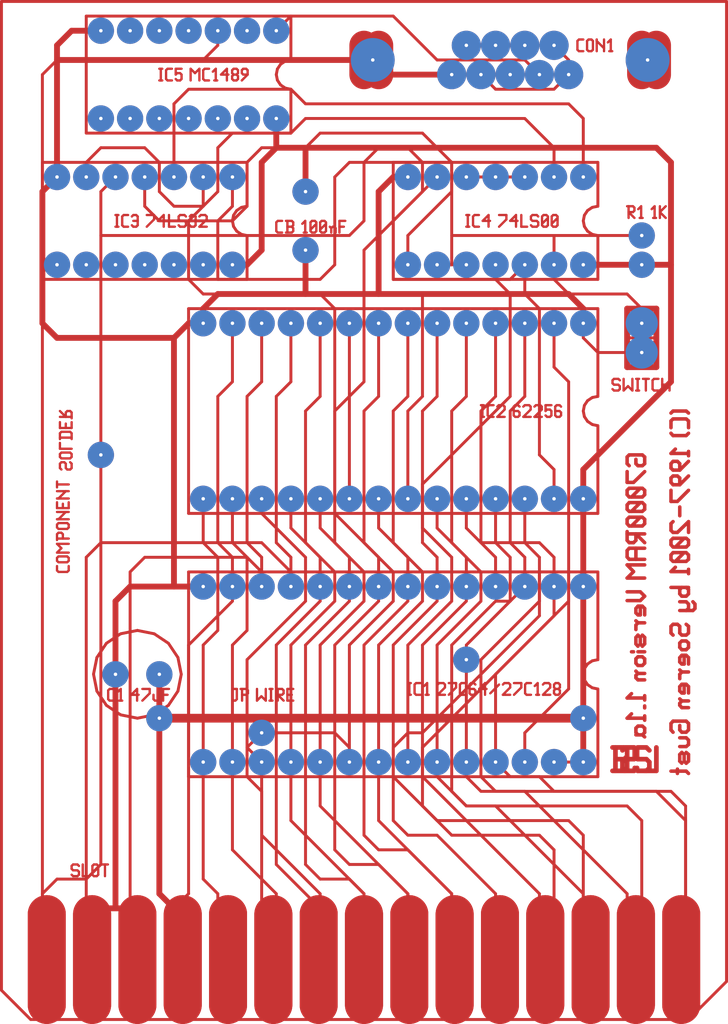
<source format=kicad_pcb>
(kicad_pcb (version 4) (host Gerbview "4.0.7")

  (layers 
    (0 F.Cu signal)
    (31 B.Cu signal)
    (32 B.Adhes user)
    (33 F.Adhes user)
    (34 B.Paste user)
    (35 F.Paste user)
    (36 B.SilkS user)
    (37 F.SilkS user)
    (38 B.Mask user)
    (39 F.Mask user)
    (40 Dwgs.User user)
    (41 Cmts.User user)
    (42 Eco1.User user)
    (43 Eco2.User user)
    (44 Edge.Cuts user)
    (45 Margin user)
    (46 B.CrtYd user)
    (47 F.CrtYd user)
    (48 B.Fab user)
    (49 F.Fab user)
  )

(segment (start 5.461 -12.192) (end 5.461 -4.318) (width 3.302) (layer F.Cu) (net 0))
(segment (start 9.398 -12.192) (end 9.398 -4.318) (width 3.302) (layer F.Cu) (net 0))
(segment (start 13.335 -12.192) (end 13.335 -4.318) (width 3.302) (layer F.Cu) (net 0))
(segment (start 17.272 -12.192) (end 17.272 -4.318) (width 3.302) (layer F.Cu) (net 0))
(segment (start 21.209 -12.192) (end 21.209 -4.318) (width 3.302) (layer F.Cu) (net 0))
(segment (start 25.146 -12.192) (end 25.146 -4.318) (width 3.302) (layer F.Cu) (net 0))
(segment (start 29.083 -12.192) (end 29.083 -4.318) (width 3.302) (layer F.Cu) (net 0))
(segment (start 33.02 -12.192) (end 33.02 -4.318) (width 3.302) (layer F.Cu) (net 0))
(segment (start 36.957 -12.192) (end 36.957 -4.318) (width 3.302) (layer F.Cu) (net 0))
(segment (start 40.894 -12.192) (end 40.894 -4.318) (width 3.302) (layer F.Cu) (net 0))
(segment (start 44.831 -12.192) (end 44.831 -4.318) (width 3.302) (layer F.Cu) (net 0))
(segment (start 48.768 -12.192) (end 48.768 -4.318) (width 3.302) (layer F.Cu) (net 0))
(segment (start 52.705 -12.192) (end 52.705 -4.318) (width 3.302) (layer F.Cu) (net 0))
(segment (start 56.642 -12.192) (end 56.642 -4.318) (width 3.302) (layer F.Cu) (net 0))
(segment (start 60.579 -12.192) (end 60.579 -4.318) (width 3.302) (layer F.Cu) (net 0))
 (via (at 57.15 -60.96) (size 2.794) (layers F.Cu B.Cu))
 (via (at 57.15 -63.5) (size 2.794) (layers F.Cu B.Cu))
 (via (at 57.15 -68.58) (size 2.286) (layers F.Cu B.Cu))
 (via (at 57.15 -71.12) (size 2.286) (layers F.Cu B.Cu))
 (via (at 27.94 -69.84999999999999) (size 2.286) (layers F.Cu B.Cu))
 (via (at 27.94 -74.93000000000001) (size 2.286) (layers F.Cu B.Cu))
 (via (at 25.4 -88.90000000000001) (size 2.286) (layers F.Cu B.Cu))
 (via (at 22.86 -88.90000000000001) (size 2.286) (layers F.Cu B.Cu))
 (via (at 20.32 -88.90000000000001) (size 2.286) (layers F.Cu B.Cu))
 (via (at 17.78 -88.90000000000001) (size 2.286) (layers F.Cu B.Cu))
 (via (at 15.24 -88.90000000000001) (size 2.286) (layers F.Cu B.Cu))
 (via (at 12.7 -88.90000000000001) (size 2.286) (layers F.Cu B.Cu))
 (via (at 10.16 -88.90000000000001) (size 2.286) (layers F.Cu B.Cu))
 (via (at 10.16 -81.28) (size 2.286) (layers F.Cu B.Cu))
 (via (at 12.7 -81.28) (size 2.286) (layers F.Cu B.Cu))
 (via (at 15.24 -81.28) (size 2.286) (layers F.Cu B.Cu))
 (via (at 17.78 -81.28) (size 2.286) (layers F.Cu B.Cu))
 (via (at 20.32 -81.28) (size 2.286) (layers F.Cu B.Cu))
 (via (at 22.86 -81.28) (size 2.286) (layers F.Cu B.Cu))
 (via (at 25.4 -81.28) (size 2.286) (layers F.Cu B.Cu))
 (via (at 52.07 -63.5) (size 2.286) (layers F.Cu B.Cu))
 (via (at 49.53 -63.5) (size 2.286) (layers F.Cu B.Cu))
 (via (at 46.99 -63.5) (size 2.286) (layers F.Cu B.Cu))
 (via (at 44.45 -63.5) (size 2.286) (layers F.Cu B.Cu))
 (via (at 41.91 -63.5) (size 2.286) (layers F.Cu B.Cu))
 (via (at 39.37 -63.5) (size 2.286) (layers F.Cu B.Cu))
 (via (at 36.83 -63.5) (size 2.286) (layers F.Cu B.Cu))
 (via (at 34.29 -63.5) (size 2.286) (layers F.Cu B.Cu))
 (via (at 31.75 -63.5) (size 2.286) (layers F.Cu B.Cu))
 (via (at 29.21 -63.5) (size 2.286) (layers F.Cu B.Cu))
 (via (at 26.67 -63.5) (size 2.286) (layers F.Cu B.Cu))
 (via (at 24.13 -63.5) (size 2.286) (layers F.Cu B.Cu))
 (via (at 21.59 -63.5) (size 2.286) (layers F.Cu B.Cu))
 (via (at 19.05 -63.5) (size 2.286) (layers F.Cu B.Cu))
 (via (at 19.05 -48.26) (size 2.286) (layers F.Cu B.Cu))
 (via (at 21.59 -48.26) (size 2.286) (layers F.Cu B.Cu))
 (via (at 24.13 -48.26) (size 2.286) (layers F.Cu B.Cu))
 (via (at 26.67 -48.26) (size 2.286) (layers F.Cu B.Cu))
 (via (at 29.21 -48.26) (size 2.286) (layers F.Cu B.Cu))
 (via (at 31.75 -48.26) (size 2.286) (layers F.Cu B.Cu))
 (via (at 34.29 -48.26) (size 2.286) (layers F.Cu B.Cu))
 (via (at 36.83 -48.26) (size 2.286) (layers F.Cu B.Cu))
 (via (at 39.37 -48.26) (size 2.286) (layers F.Cu B.Cu))
 (via (at 41.91 -48.26) (size 2.286) (layers F.Cu B.Cu))
 (via (at 44.45 -48.26) (size 2.286) (layers F.Cu B.Cu))
 (via (at 46.99 -48.26) (size 2.286) (layers F.Cu B.Cu))
 (via (at 49.53 -48.26) (size 2.286) (layers F.Cu B.Cu))
 (via (at 52.07 -48.26) (size 2.286) (layers F.Cu B.Cu))
 (via (at 52.07 -76.2) (size 2.286) (layers F.Cu B.Cu))
 (via (at 49.53 -76.2) (size 2.286) (layers F.Cu B.Cu))
 (via (at 46.99 -76.2) (size 2.286) (layers F.Cu B.Cu))
 (via (at 44.45 -76.2) (size 2.286) (layers F.Cu B.Cu))
 (via (at 41.91 -76.2) (size 2.286) (layers F.Cu B.Cu))
 (via (at 39.37 -76.2) (size 2.286) (layers F.Cu B.Cu))
 (via (at 36.83 -76.2) (size 2.286) (layers F.Cu B.Cu))
 (via (at 36.83 -68.58) (size 2.286) (layers F.Cu B.Cu))
 (via (at 39.37 -68.58) (size 2.286) (layers F.Cu B.Cu))
 (via (at 41.91 -68.58) (size 2.286) (layers F.Cu B.Cu))
 (via (at 44.45 -68.58) (size 2.286) (layers F.Cu B.Cu))
 (via (at 46.99 -68.58) (size 2.286) (layers F.Cu B.Cu))
 (via (at 49.53 -68.58) (size 2.286) (layers F.Cu B.Cu))
 (via (at 52.07 -68.58) (size 2.286) (layers F.Cu B.Cu))
 (via (at 21.59 -76.2) (size 2.286) (layers F.Cu B.Cu))
 (via (at 19.05 -76.2) (size 2.286) (layers F.Cu B.Cu))
 (via (at 16.51 -76.2) (size 2.286) (layers F.Cu B.Cu))
 (via (at 13.97 -76.2) (size 2.286) (layers F.Cu B.Cu))
 (via (at 11.43 -76.2) (size 2.286) (layers F.Cu B.Cu))
 (via (at 8.890000000000001 -76.2) (size 2.286) (layers F.Cu B.Cu))
 (via (at 6.35 -76.2) (size 2.286) (layers F.Cu B.Cu))
 (via (at 6.35 -68.58) (size 2.286) (layers F.Cu B.Cu))
 (via (at 8.890000000000001 -68.58) (size 2.286) (layers F.Cu B.Cu))
 (via (at 11.43 -68.58) (size 2.286) (layers F.Cu B.Cu))
 (via (at 13.97 -68.58) (size 2.286) (layers F.Cu B.Cu))
 (via (at 16.51 -68.58) (size 2.286) (layers F.Cu B.Cu))
 (via (at 19.05 -68.58) (size 2.286) (layers F.Cu B.Cu))
 (via (at 21.59 -68.58) (size 2.286) (layers F.Cu B.Cu))
 (via (at 11.43 -33.02) (size 2.286) (layers F.Cu B.Cu))
 (via (at 15.24 -33.02) (size 2.286) (layers F.Cu B.Cu))
 (via (at 52.07 -40.64) (size 2.286) (layers F.Cu B.Cu))
 (via (at 49.53 -40.64) (size 2.286) (layers F.Cu B.Cu))
 (via (at 46.99 -40.64) (size 2.286) (layers F.Cu B.Cu))
 (via (at 44.45 -40.64) (size 2.286) (layers F.Cu B.Cu))
 (via (at 41.91 -40.64) (size 2.286) (layers F.Cu B.Cu))
 (via (at 39.37 -40.64) (size 2.286) (layers F.Cu B.Cu))
 (via (at 36.83 -40.64) (size 2.286) (layers F.Cu B.Cu))
 (via (at 34.29 -40.64) (size 2.286) (layers F.Cu B.Cu))
 (via (at 31.75 -40.64) (size 2.286) (layers F.Cu B.Cu))
 (via (at 29.21 -40.64) (size 2.286) (layers F.Cu B.Cu))
 (via (at 26.67 -40.64) (size 2.286) (layers F.Cu B.Cu))
 (via (at 24.13 -40.64) (size 2.286) (layers F.Cu B.Cu))
 (via (at 21.59 -40.64) (size 2.286) (layers F.Cu B.Cu))
 (via (at 19.05 -40.64) (size 2.286) (layers F.Cu B.Cu))
 (via (at 19.05 -25.4) (size 2.286) (layers F.Cu B.Cu))
 (via (at 21.59 -25.4) (size 2.286) (layers F.Cu B.Cu))
 (via (at 24.13 -25.4) (size 2.286) (layers F.Cu B.Cu))
 (via (at 26.67 -25.4) (size 2.286) (layers F.Cu B.Cu))
 (via (at 29.21 -25.4) (size 2.286) (layers F.Cu B.Cu))
 (via (at 31.75 -25.4) (size 2.286) (layers F.Cu B.Cu))
 (via (at 34.29 -25.4) (size 2.286) (layers F.Cu B.Cu))
 (via (at 36.83 -25.4) (size 2.286) (layers F.Cu B.Cu))
 (via (at 39.37 -25.4) (size 2.286) (layers F.Cu B.Cu))
 (via (at 41.91 -25.4) (size 2.286) (layers F.Cu B.Cu))
 (via (at 44.45 -25.4) (size 2.286) (layers F.Cu B.Cu))
 (via (at 46.99 -25.4) (size 2.286) (layers F.Cu B.Cu))
 (via (at 49.53 -25.4) (size 2.286) (layers F.Cu B.Cu))
 (via (at 52.07 -25.4) (size 2.286) (layers F.Cu B.Cu))
 (via (at 57.658 -86.36) (size 3.81) (layers F.Cu B.Cu))
 (via (at 33.782 -86.36) (size 3.81) (layers F.Cu B.Cu))
 (via (at 50.8 -85.09) (size 2.54) (layers F.Cu B.Cu))
 (via (at 49.53 -87.63) (size 2.54) (layers F.Cu B.Cu))
 (via (at 48.26 -85.09) (size 2.54) (layers F.Cu B.Cu))
 (via (at 46.99 -87.63) (size 2.54) (layers F.Cu B.Cu))
 (via (at 45.72 -85.09) (size 2.54) (layers F.Cu B.Cu))
 (via (at 44.45 -87.63) (size 2.54) (layers F.Cu B.Cu))
 (via (at 43.18 -85.09) (size 2.54) (layers F.Cu B.Cu))
 (via (at 41.91 -87.63) (size 2.54) (layers F.Cu B.Cu))
 (via (at 40.64 -85.09) (size 2.54) (layers F.Cu B.Cu))
 (via (at 24.13 -27.94) (size 2.286) (layers F.Cu B.Cu))
 (via (at 10.16 -52.07) (size 2.286) (layers F.Cu B.Cu))
 (via (at 41.91 -34.29) (size 2.286) (layers F.Cu B.Cu))
 (via (at 15.24 -29.21) (size 2.286) (layers F.Cu B.Cu))
 (via (at 52.07 -29.21) (size 2.286) (layers F.Cu B.Cu))
(segment (start 5.461 -12.192) (end 5.461 -4.318) (width 3.302) (layer F.Cu) (net 0))
(segment (start 9.398 -12.192) (end 9.398 -4.318) (width 3.302) (layer F.Cu) (net 0))
(segment (start 13.335 -12.192) (end 13.335 -4.318) (width 3.302) (layer F.Cu) (net 0))
(segment (start 17.272 -12.192) (end 17.272 -4.318) (width 3.302) (layer F.Cu) (net 0))
(segment (start 21.209 -12.192) (end 21.209 -4.318) (width 3.302) (layer F.Cu) (net 0))
(segment (start 25.146 -12.192) (end 25.146 -4.318) (width 3.302) (layer F.Cu) (net 0))
(segment (start 29.083 -12.192) (end 29.083 -4.318) (width 3.302) (layer F.Cu) (net 0))
(segment (start 33.02 -12.192) (end 33.02 -4.318) (width 3.302) (layer F.Cu) (net 0))
(segment (start 36.957 -12.192) (end 36.957 -4.318) (width 3.302) (layer F.Cu) (net 0))
(segment (start 40.894 -12.192) (end 40.894 -4.318) (width 3.302) (layer F.Cu) (net 0))
(segment (start 44.831 -12.192) (end 44.831 -4.318) (width 3.302) (layer F.Cu) (net 0))
(segment (start 48.768 -12.192) (end 48.768 -4.318) (width 3.302) (layer F.Cu) (net 0))
(segment (start 52.705 -12.192) (end 52.705 -4.318) (width 3.302) (layer F.Cu) (net 0))
(segment (start 56.642 -12.192) (end 56.642 -4.318) (width 3.302) (layer F.Cu) (net 0))
(segment (start 60.579 -12.192) (end 60.579 -4.318) (width 3.302) (layer F.Cu) (net 0))
(segment (start 58.42 -62.23) (end 55.88 -62.23) (width 0.254) (layer F.Cu) (net 0))
(segment (start 58.42 -59.69) (end 58.42 -62.23) (width 0.254) (layer F.Cu) (net 0))
(segment (start 55.88 -64.77) (end 55.88 -59.69) (width 0.508) (layer F.Cu) (net 0))
(segment (start 58.42 -64.77) (end 55.88 -64.77) (width 0.508) (layer F.Cu) (net 0))
(segment (start 58.42 -59.69) (end 58.42 -64.77) (width 0.508) (layer F.Cu) (net 0))
(segment (start 55.88 -59.69) (end 58.42 -59.69) (width 0.508) (layer F.Cu) (net 0))
(segment (start 55.118 -58.674) (end 55.245 -58.547) (width 0.2032) (layer F.Cu) (net 0))
(segment (start 54.737 -58.674) (end 55.118 -58.674) (width 0.2032) (layer F.Cu) (net 0))
(segment (start 54.61 -58.547) (end 54.737 -58.674) (width 0.2032) (layer F.Cu) (net 0))
(segment (start 54.61 -58.547) (end 54.61 -58.293) (width 0.2032) (layer F.Cu) (net 0))
(segment (start 54.61 -58.293) (end 54.737 -58.166) (width 0.2032) (layer F.Cu) (net 0))
(segment (start 54.737 -58.166) (end 55.118 -58.166) (width 0.2032) (layer F.Cu) (net 0))
(segment (start 55.118 -58.166) (end 55.245 -58.039) (width 0.2032) (layer F.Cu) (net 0))
(segment (start 55.245 -58.039) (end 55.245 -57.785) (width 0.2032) (layer F.Cu) (net 0))
(segment (start 55.118 -57.658) (end 55.245 -57.785) (width 0.2032) (layer F.Cu) (net 0))
(segment (start 54.737 -57.658) (end 55.118 -57.658) (width 0.2032) (layer F.Cu) (net 0))
(segment (start 54.61 -57.785) (end 54.737 -57.658) (width 0.2032) (layer F.Cu) (net 0))
(segment (start 55.5752 -58.674) (end 55.5752 -57.658) (width 0.2032) (layer F.Cu) (net 0))
(segment (start 55.5752 -57.658) (end 55.9562 -58.039) (width 0.2032) (layer F.Cu) (net 0))
(segment (start 55.9562 -58.039) (end 56.3372 -57.658) (width 0.2032) (layer F.Cu) (net 0))
(segment (start 56.3372 -58.674) (end 56.3372 -57.658) (width 0.2032) (layer F.Cu) (net 0))
(segment (start 56.6674 -58.674) (end 56.9214 -58.674) (width 0.2032) (layer F.Cu) (net 0))
(segment (start 56.7944 -58.674) (end 56.7944 -57.658) (width 0.2032) (layer F.Cu) (net 0))
(segment (start 56.6674 -57.658) (end 56.9214 -57.658) (width 0.2032) (layer F.Cu) (net 0))
(segment (start 57.2516 -58.674) (end 57.7596 -58.674) (width 0.2032) (layer F.Cu) (net 0))
(segment (start 57.5056 -58.674) (end 57.5056 -57.658) (width 0.2032) (layer F.Cu) (net 0))
(segment (start 58.2168 -57.658) (end 58.5978 -57.658) (width 0.2032) (layer F.Cu) (net 0))
(segment (start 58.0898 -57.785) (end 58.2168 -57.658) (width 0.2032) (layer F.Cu) (net 0))
(segment (start 58.0898 -58.547) (end 58.0898 -57.785) (width 0.2032) (layer F.Cu) (net 0))
(segment (start 58.0898 -58.547) (end 58.2168 -58.674) (width 0.2032) (layer F.Cu) (net 0))
(segment (start 58.2168 -58.674) (end 58.5978 -58.674) (width 0.2032) (layer F.Cu) (net 0))
(segment (start 58.928 -58.674) (end 58.928 -57.658) (width 0.2032) (layer F.Cu) (net 0))
(segment (start 59.563 -58.674) (end 59.563 -57.658) (width 0.2032) (layer F.Cu) (net 0))
(segment (start 58.928 -58.166) (end 59.563 -58.166) (width 0.2032) (layer F.Cu) (net 0))
(segment (start 55.88 -73.66) (end 56.388 -73.66) (width 0.2032) (layer F.Cu) (net 0))
(segment (start 56.388 -73.66) (end 56.515 -73.533) (width 0.2032) (layer F.Cu) (net 0))
(segment (start 56.515 -73.533) (end 56.515 -73.279) (width 0.2032) (layer F.Cu) (net 0))
(segment (start 56.388 -73.152) (end 56.515 -73.279) (width 0.2032) (layer F.Cu) (net 0))
(segment (start 56.007 -73.152) (end 56.388 -73.152) (width 0.2032) (layer F.Cu) (net 0))
(segment (start 56.007 -73.66) (end 56.007 -72.64400000000001) (width 0.2032) (layer F.Cu) (net 0))
(segment (start 56.007 -73.152) (end 56.515 -72.64400000000001) (width 0.2032) (layer F.Cu) (net 0))
(segment (start 56.9722 -72.64400000000001) (end 57.2262 -72.64400000000001) (width 0.2032) (layer F.Cu) (net 0))
(segment (start 57.0992 -73.66) (end 57.0992 -72.64400000000001) (width 0.2032) (layer F.Cu) (net 0))
(segment (start 56.8452 -73.40600000000001) (end 57.0992 -73.66) (width 0.2032) (layer F.Cu) (net 0))
(segment (start 58.1406 -72.64400000000001) (end 58.3946 -72.64400000000001) (width 0.2032) (layer F.Cu) (net 0))
(segment (start 58.2676 -73.66) (end 58.2676 -72.64400000000001) (width 0.2032) (layer F.Cu) (net 0))
(segment (start 58.0136 -73.40600000000001) (end 58.2676 -73.66) (width 0.2032) (layer F.Cu) (net 0))
(segment (start 58.7248 -73.66) (end 58.7248 -72.64400000000001) (width 0.2032) (layer F.Cu) (net 0))
(segment (start 58.7248 -73.152) (end 59.2328 -73.66) (width 0.2032) (layer F.Cu) (net 0))
(segment (start 58.7248 -73.152) (end 59.2328 -72.64400000000001) (width 0.2032) (layer F.Cu) (net 0))
(segment (start 25.527 -71.374) (end 25.908 -71.374) (width 0.2032) (layer F.Cu) (net 0))
(segment (start 25.4 -71.501) (end 25.527 -71.374) (width 0.2032) (layer F.Cu) (net 0))
(segment (start 25.4 -72.26300000000001) (end 25.4 -71.501) (width 0.2032) (layer F.Cu) (net 0))
(segment (start 25.4 -72.26300000000001) (end 25.527 -72.39) (width 0.2032) (layer F.Cu) (net 0))
(segment (start 25.527 -72.39) (end 25.908 -72.39) (width 0.2032) (layer F.Cu) (net 0))
(segment (start 26.2382 -71.374) (end 26.7462 -71.374) (width 0.2032) (layer F.Cu) (net 0))
(segment (start 26.7462 -71.374) (end 26.8732 -71.501) (width 0.2032) (layer F.Cu) (net 0))
(segment (start 26.8732 -71.755) (end 26.8732 -71.501) (width 0.2032) (layer F.Cu) (net 0))
(segment (start 26.7462 -71.88200000000001) (end 26.8732 -71.755) (width 0.2032) (layer F.Cu) (net 0))
(segment (start 26.3652 -71.88200000000001) (end 26.7462 -71.88200000000001) (width 0.2032) (layer F.Cu) (net 0))
(segment (start 26.3652 -72.39) (end 26.3652 -71.374) (width 0.2032) (layer F.Cu) (net 0))
(segment (start 26.2382 -72.39) (end 26.7462 -72.39) (width 0.2032) (layer F.Cu) (net 0))
(segment (start 26.7462 -72.39) (end 26.8732 -72.26300000000001) (width 0.2032) (layer F.Cu) (net 0))
(segment (start 26.8732 -72.26300000000001) (end 26.8732 -72.009) (width 0.2032) (layer F.Cu) (net 0))
(segment (start 26.7462 -71.88200000000001) (end 26.8732 -72.009) (width 0.2032) (layer F.Cu) (net 0))
(segment (start 27.7876 -71.374) (end 28.0416 -71.374) (width 0.2032) (layer F.Cu) (net 0))
(segment (start 27.9146 -72.39) (end 27.9146 -71.374) (width 0.2032) (layer F.Cu) (net 0))
(segment (start 27.6606 -72.136) (end 27.9146 -72.39) (width 0.2032) (layer F.Cu) (net 0))
(segment (start 28.3718 -71.501) (end 28.4988 -71.374) (width 0.2032) (layer F.Cu) (net 0))
(segment (start 28.3718 -72.26300000000001) (end 28.3718 -71.501) (width 0.2032) (layer F.Cu) (net 0))
(segment (start 28.3718 -72.26300000000001) (end 28.4988 -72.39) (width 0.2032) (layer F.Cu) (net 0))
(segment (start 28.4988 -72.39) (end 28.7528 -72.39) (width 0.2032) (layer F.Cu) (net 0))
(segment (start 28.7528 -72.39) (end 28.8798 -72.26300000000001) (width 0.2032) (layer F.Cu) (net 0))
(segment (start 28.8798 -72.26300000000001) (end 28.8798 -71.501) (width 0.2032) (layer F.Cu) (net 0))
(segment (start 28.7528 -71.374) (end 28.8798 -71.501) (width 0.2032) (layer F.Cu) (net 0))
(segment (start 28.4988 -71.374) (end 28.7528 -71.374) (width 0.2032) (layer F.Cu) (net 0))
(segment (start 28.3718 -71.628) (end 28.8798 -72.136) (width 0.2032) (layer F.Cu) (net 0))
(segment (start 29.21 -71.501) (end 29.337 -71.374) (width 0.2032) (layer F.Cu) (net 0))
(segment (start 29.21 -72.26300000000001) (end 29.21 -71.501) (width 0.2032) (layer F.Cu) (net 0))
(segment (start 29.21 -72.26300000000001) (end 29.337 -72.39) (width 0.2032) (layer F.Cu) (net 0))
(segment (start 29.337 -72.39) (end 29.591 -72.39) (width 0.2032) (layer F.Cu) (net 0))
(segment (start 29.591 -72.39) (end 29.718 -72.26300000000001) (width 0.2032) (layer F.Cu) (net 0))
(segment (start 29.718 -72.26300000000001) (end 29.718 -71.501) (width 0.2032) (layer F.Cu) (net 0))
(segment (start 29.591 -71.374) (end 29.718 -71.501) (width 0.2032) (layer F.Cu) (net 0))
(segment (start 29.337 -71.374) (end 29.591 -71.374) (width 0.2032) (layer F.Cu) (net 0))
(segment (start 29.21 -71.628) (end 29.718 -72.136) (width 0.2032) (layer F.Cu) (net 0))
(segment (start 30.1752 -71.755) (end 30.1752 -71.374) (width 0.2032) (layer F.Cu) (net 0))
(segment (start 30.1752 -71.755) (end 30.3022 -71.88200000000001) (width 0.2032) (layer F.Cu) (net 0))
(segment (start 30.3022 -71.88200000000001) (end 30.4292 -71.88200000000001) (width 0.2032) (layer F.Cu) (net 0))
(segment (start 30.4292 -71.88200000000001) (end 30.5562 -71.755) (width 0.2032) (layer F.Cu) (net 0))
(segment (start 30.5562 -71.755) (end 30.5562 -71.374) (width 0.2032) (layer F.Cu) (net 0))
(segment (start 30.0482 -71.88200000000001) (end 30.1752 -71.755) (width 0.2032) (layer F.Cu) (net 0))
(segment (start 30.8864 -72.39) (end 30.8864 -71.374) (width 0.2032) (layer F.Cu) (net 0))
(segment (start 30.8864 -72.39) (end 31.3944 -72.39) (width 0.2032) (layer F.Cu) (net 0))
(segment (start 30.8864 -71.88200000000001) (end 31.2674 -71.88200000000001) (width 0.2032) (layer F.Cu) (net 0))
(segment (start 26.67 -90.17) (end 8.890000000000001 -90.17) (width 0.254) (layer F.Cu) (net 0))
(segment (start 8.890000000000001 -90.17) (end 8.890000000000001 -80.01000000000001) (width 0.254) (layer F.Cu) (net 0))
(segment (start 8.890000000000001 -80.01000000000001) (end 26.67 -80.01000000000001) (width 0.254) (layer F.Cu) (net 0))
(segment (start 26.67 -90.17) (end 26.67 -86.36) (width 0.254) (layer F.Cu) (net 0))
(segment (start 26.67 -83.81999999999999) (end 26.67 -80.01000000000001) (width 0.254) (layer F.Cu) (net 0))
(segment (start 26.67 -86.36) (end 26.18399 -86.26333) (width 0.254) (layer F.Cu) (net 0))
(segment (start 26.18399 -86.26333) (end 25.77197 -85.98802999999999) (width 0.254) (layer F.Cu) (net 0))
(segment (start 25.77197 -85.98802999999999) (end 25.49667 -85.57601) (width 0.254) (layer F.Cu) (net 0))
(segment (start 25.49667 -85.57601) (end 25.4 -85.09) (width 0.254) (layer F.Cu) (net 0))
(segment (start 25.4 -85.09) (end 25.49667 -84.60399) (width 0.254) (layer F.Cu) (net 0))
(segment (start 25.49667 -84.60399) (end 25.77197 -84.19197) (width 0.254) (layer F.Cu) (net 0))
(segment (start 25.77197 -84.19197) (end 26.18399 -83.91667) (width 0.254) (layer F.Cu) (net 0))
(segment (start 26.18399 -83.91667) (end 26.6446 -83.81999999999999) (width 0.254) (layer F.Cu) (net 0))
(segment (start 15.24 -85.598) (end 15.494 -85.598) (width 0.2032) (layer F.Cu) (net 0))
(segment (start 15.367 -85.598) (end 15.367 -84.58199999999999) (width 0.2032) (layer F.Cu) (net 0))
(segment (start 15.24 -84.58199999999999) (end 15.494 -84.58199999999999) (width 0.2032) (layer F.Cu) (net 0))
(segment (start 15.9512 -84.58199999999999) (end 16.3322 -84.58199999999999) (width 0.2032) (layer F.Cu) (net 0))
(segment (start 15.8242 -84.709) (end 15.9512 -84.58199999999999) (width 0.2032) (layer F.Cu) (net 0))
(segment (start 15.8242 -85.471) (end 15.8242 -84.709) (width 0.2032) (layer F.Cu) (net 0))
(segment (start 15.8242 -85.471) (end 15.9512 -85.598) (width 0.2032) (layer F.Cu) (net 0))
(segment (start 15.9512 -85.598) (end 16.3322 -85.598) (width 0.2032) (layer F.Cu) (net 0))
(segment (start 16.6624 -85.598) (end 17.1704 -85.598) (width 0.2032) (layer F.Cu) (net 0))
(segment (start 16.6624 -85.598) (end 16.6624 -85.09) (width 0.2032) (layer F.Cu) (net 0))
(segment (start 16.6624 -85.09) (end 16.7894 -85.217) (width 0.2032) (layer F.Cu) (net 0))
(segment (start 16.7894 -85.217) (end 17.0434 -85.217) (width 0.2032) (layer F.Cu) (net 0))
(segment (start 17.0434 -85.217) (end 17.1704 -85.09) (width 0.2032) (layer F.Cu) (net 0))
(segment (start 17.1704 -85.09) (end 17.1704 -84.709) (width 0.2032) (layer F.Cu) (net 0))
(segment (start 17.0434 -84.58199999999999) (end 17.1704 -84.709) (width 0.2032) (layer F.Cu) (net 0))
(segment (start 16.7894 -84.58199999999999) (end 17.0434 -84.58199999999999) (width 0.2032) (layer F.Cu) (net 0))
(segment (start 16.6624 -84.709) (end 16.7894 -84.58199999999999) (width 0.2032) (layer F.Cu) (net 0))
(segment (start 17.9578 -85.598) (end 17.9578 -84.58199999999999) (width 0.2032) (layer F.Cu) (net 0))
(segment (start 17.9578 -85.598) (end 18.3388 -85.217) (width 0.2032) (layer F.Cu) (net 0))
(segment (start 18.3388 -85.217) (end 18.7198 -85.598) (width 0.2032) (layer F.Cu) (net 0))
(segment (start 18.7198 -85.598) (end 18.7198 -84.58199999999999) (width 0.2032) (layer F.Cu) (net 0))
(segment (start 19.177 -84.58199999999999) (end 19.558 -84.58199999999999) (width 0.2032) (layer F.Cu) (net 0))
(segment (start 19.05 -84.709) (end 19.177 -84.58199999999999) (width 0.2032) (layer F.Cu) (net 0))
(segment (start 19.05 -85.471) (end 19.05 -84.709) (width 0.2032) (layer F.Cu) (net 0))
(segment (start 19.05 -85.471) (end 19.177 -85.598) (width 0.2032) (layer F.Cu) (net 0))
(segment (start 19.177 -85.598) (end 19.558 -85.598) (width 0.2032) (layer F.Cu) (net 0))
(segment (start 20.0152 -84.58199999999999) (end 20.2692 -84.58199999999999) (width 0.2032) (layer F.Cu) (net 0))
(segment (start 20.1422 -85.598) (end 20.1422 -84.58199999999999) (width 0.2032) (layer F.Cu) (net 0))
(segment (start 19.8882 -85.34399999999999) (end 20.1422 -85.598) (width 0.2032) (layer F.Cu) (net 0))
(segment (start 20.5994 -85.09) (end 21.1074 -85.598) (width 0.2032) (layer F.Cu) (net 0))
(segment (start 20.5994 -85.09) (end 21.2344 -85.09) (width 0.2032) (layer F.Cu) (net 0))
(segment (start 21.1074 -85.598) (end 21.1074 -84.58199999999999) (width 0.2032) (layer F.Cu) (net 0))
(segment (start 21.5646 -84.709) (end 21.6916 -84.58199999999999) (width 0.2032) (layer F.Cu) (net 0))
(segment (start 21.5646 -84.96299999999999) (end 21.5646 -84.709) (width 0.2032) (layer F.Cu) (net 0))
(segment (start 21.5646 -84.96299999999999) (end 21.6916 -85.09) (width 0.2032) (layer F.Cu) (net 0))
(segment (start 21.6916 -85.09) (end 21.9456 -85.09) (width 0.2032) (layer F.Cu) (net 0))
(segment (start 21.9456 -85.09) (end 22.0726 -84.96299999999999) (width 0.2032) (layer F.Cu) (net 0))
(segment (start 22.0726 -84.96299999999999) (end 22.0726 -84.709) (width 0.2032) (layer F.Cu) (net 0))
(segment (start 21.9456 -84.58199999999999) (end 22.0726 -84.709) (width 0.2032) (layer F.Cu) (net 0))
(segment (start 21.6916 -84.58199999999999) (end 21.9456 -84.58199999999999) (width 0.2032) (layer F.Cu) (net 0))
(segment (start 21.5646 -85.217) (end 21.6916 -85.09) (width 0.2032) (layer F.Cu) (net 0))
(segment (start 21.5646 -85.471) (end 21.5646 -85.217) (width 0.2032) (layer F.Cu) (net 0))
(segment (start 21.5646 -85.471) (end 21.6916 -85.598) (width 0.2032) (layer F.Cu) (net 0))
(segment (start 21.6916 -85.598) (end 21.9456 -85.598) (width 0.2032) (layer F.Cu) (net 0))
(segment (start 21.9456 -85.598) (end 22.0726 -85.471) (width 0.2032) (layer F.Cu) (net 0))
(segment (start 22.0726 -85.471) (end 22.0726 -85.217) (width 0.2032) (layer F.Cu) (net 0))
(segment (start 21.9456 -85.09) (end 22.0726 -85.217) (width 0.2032) (layer F.Cu) (net 0))
(segment (start 22.4028 -84.58199999999999) (end 22.9108 -85.09) (width 0.2032) (layer F.Cu) (net 0))
(segment (start 22.9108 -85.471) (end 22.9108 -85.09) (width 0.2032) (layer F.Cu) (net 0))
(segment (start 22.7838 -85.598) (end 22.9108 -85.471) (width 0.2032) (layer F.Cu) (net 0))
(segment (start 22.5298 -85.598) (end 22.7838 -85.598) (width 0.2032) (layer F.Cu) (net 0))
(segment (start 22.4028 -85.471) (end 22.5298 -85.598) (width 0.2032) (layer F.Cu) (net 0))
(segment (start 22.4028 -85.471) (end 22.4028 -85.217) (width 0.2032) (layer F.Cu) (net 0))
(segment (start 22.4028 -85.217) (end 22.5298 -85.09) (width 0.2032) (layer F.Cu) (net 0))
(segment (start 22.5298 -85.09) (end 22.9108 -85.09) (width 0.2032) (layer F.Cu) (net 0))
(segment (start 53.34 -54.61) (end 53.34 -46.99) (width 0.254) (layer F.Cu) (net 0))
(segment (start 53.34 -64.77) (end 53.34 -57.15) (width 0.254) (layer F.Cu) (net 0))
(segment (start 17.78 -46.99) (end 53.34 -46.99) (width 0.254) (layer F.Cu) (net 0))
(segment (start 17.78 -64.77) (end 17.78 -46.99) (width 0.254) (layer F.Cu) (net 0))
(segment (start 53.34 -64.77) (end 17.78 -64.77) (width 0.254) (layer F.Cu) (net 0))
(segment (start 53.34 -57.15) (end 52.85399 -57.05333) (width 0.254) (layer F.Cu) (net 0))
(segment (start 52.85399 -57.05333) (end 52.44197 -56.77803) (width 0.254) (layer F.Cu) (net 0))
(segment (start 52.44197 -56.77803) (end 52.16667 -56.36601) (width 0.254) (layer F.Cu) (net 0))
(segment (start 52.16667 -56.36601) (end 52.07 -55.88) (width 0.254) (layer F.Cu) (net 0))
(segment (start 52.07 -55.88) (end 52.16667 -55.39399) (width 0.254) (layer F.Cu) (net 0))
(segment (start 52.16667 -55.39399) (end 52.44197 -54.98197) (width 0.254) (layer F.Cu) (net 0))
(segment (start 52.44197 -54.98197) (end 52.85399 -54.70667) (width 0.254) (layer F.Cu) (net 0))
(segment (start 52.85399 -54.70667) (end 53.3146 -54.61) (width 0.254) (layer F.Cu) (net 0))
(segment (start 43.18 -56.388) (end 43.434 -56.388) (width 0.2032) (layer F.Cu) (net 0))
(segment (start 43.307 -56.388) (end 43.307 -55.372) (width 0.2032) (layer F.Cu) (net 0))
(segment (start 43.18 -55.372) (end 43.434 -55.372) (width 0.2032) (layer F.Cu) (net 0))
(segment (start 43.8912 -55.372) (end 44.2722 -55.372) (width 0.2032) (layer F.Cu) (net 0))
(segment (start 43.7642 -55.499) (end 43.8912 -55.372) (width 0.2032) (layer F.Cu) (net 0))
(segment (start 43.7642 -56.261) (end 43.7642 -55.499) (width 0.2032) (layer F.Cu) (net 0))
(segment (start 43.7642 -56.261) (end 43.8912 -56.388) (width 0.2032) (layer F.Cu) (net 0))
(segment (start 43.8912 -56.388) (end 44.2722 -56.388) (width 0.2032) (layer F.Cu) (net 0))
(segment (start 44.6024 -56.261) (end 44.7294 -56.388) (width 0.2032) (layer F.Cu) (net 0))
(segment (start 44.7294 -56.388) (end 45.1104 -56.388) (width 0.2032) (layer F.Cu) (net 0))
(segment (start 45.1104 -56.388) (end 45.2374 -56.261) (width 0.2032) (layer F.Cu) (net 0))
(segment (start 45.2374 -56.261) (end 45.2374 -56.007) (width 0.2032) (layer F.Cu) (net 0))
(segment (start 44.6024 -55.372) (end 45.2374 -56.007) (width 0.2032) (layer F.Cu) (net 0))
(segment (start 44.6024 -55.372) (end 45.2374 -55.372) (width 0.2032) (layer F.Cu) (net 0))
(segment (start 46.4058 -56.388) (end 46.5328 -56.261) (width 0.2032) (layer F.Cu) (net 0))
(segment (start 46.1518 -56.388) (end 46.4058 -56.388) (width 0.2032) (layer F.Cu) (net 0))
(segment (start 46.0248 -56.261) (end 46.1518 -56.388) (width 0.2032) (layer F.Cu) (net 0))
(segment (start 46.0248 -56.261) (end 46.0248 -55.499) (width 0.2032) (layer F.Cu) (net 0))
(segment (start 46.0248 -55.499) (end 46.1518 -55.372) (width 0.2032) (layer F.Cu) (net 0))
(segment (start 46.4058 -55.88) (end 46.5328 -55.753) (width 0.2032) (layer F.Cu) (net 0))
(segment (start 46.0248 -55.88) (end 46.4058 -55.88) (width 0.2032) (layer F.Cu) (net 0))
(segment (start 46.1518 -55.372) (end 46.4058 -55.372) (width 0.2032) (layer F.Cu) (net 0))
(segment (start 46.4058 -55.372) (end 46.5328 -55.499) (width 0.2032) (layer F.Cu) (net 0))
(segment (start 46.5328 -55.753) (end 46.5328 -55.499) (width 0.2032) (layer F.Cu) (net 0))
(segment (start 46.863 -56.261) (end 46.99 -56.388) (width 0.2032) (layer F.Cu) (net 0))
(segment (start 46.99 -56.388) (end 47.371 -56.388) (width 0.2032) (layer F.Cu) (net 0))
(segment (start 47.371 -56.388) (end 47.498 -56.261) (width 0.2032) (layer F.Cu) (net 0))
(segment (start 47.498 -56.261) (end 47.498 -56.007) (width 0.2032) (layer F.Cu) (net 0))
(segment (start 46.863 -55.372) (end 47.498 -56.007) (width 0.2032) (layer F.Cu) (net 0))
(segment (start 46.863 -55.372) (end 47.498 -55.372) (width 0.2032) (layer F.Cu) (net 0))
(segment (start 47.8282 -56.261) (end 47.9552 -56.388) (width 0.2032) (layer F.Cu) (net 0))
(segment (start 47.9552 -56.388) (end 48.3362 -56.388) (width 0.2032) (layer F.Cu) (net 0))
(segment (start 48.3362 -56.388) (end 48.4632 -56.261) (width 0.2032) (layer F.Cu) (net 0))
(segment (start 48.4632 -56.261) (end 48.4632 -56.007) (width 0.2032) (layer F.Cu) (net 0))
(segment (start 47.8282 -55.372) (end 48.4632 -56.007) (width 0.2032) (layer F.Cu) (net 0))
(segment (start 47.8282 -55.372) (end 48.4632 -55.372) (width 0.2032) (layer F.Cu) (net 0))
(segment (start 48.7934 -56.388) (end 49.3014 -56.388) (width 0.2032) (layer F.Cu) (net 0))
(segment (start 48.7934 -56.388) (end 48.7934 -55.88) (width 0.2032) (layer F.Cu) (net 0))
(segment (start 48.7934 -55.88) (end 48.9204 -56.007) (width 0.2032) (layer F.Cu) (net 0))
(segment (start 48.9204 -56.007) (end 49.1744 -56.007) (width 0.2032) (layer F.Cu) (net 0))
(segment (start 49.1744 -56.007) (end 49.3014 -55.88) (width 0.2032) (layer F.Cu) (net 0))
(segment (start 49.3014 -55.88) (end 49.3014 -55.499) (width 0.2032) (layer F.Cu) (net 0))
(segment (start 49.1744 -55.372) (end 49.3014 -55.499) (width 0.2032) (layer F.Cu) (net 0))
(segment (start 48.9204 -55.372) (end 49.1744 -55.372) (width 0.2032) (layer F.Cu) (net 0))
(segment (start 48.7934 -55.499) (end 48.9204 -55.372) (width 0.2032) (layer F.Cu) (net 0))
(segment (start 50.0126 -56.388) (end 50.1396 -56.261) (width 0.2032) (layer F.Cu) (net 0))
(segment (start 49.7586 -56.388) (end 50.0126 -56.388) (width 0.2032) (layer F.Cu) (net 0))
(segment (start 49.6316 -56.261) (end 49.7586 -56.388) (width 0.2032) (layer F.Cu) (net 0))
(segment (start 49.6316 -56.261) (end 49.6316 -55.499) (width 0.2032) (layer F.Cu) (net 0))
(segment (start 49.6316 -55.499) (end 49.7586 -55.372) (width 0.2032) (layer F.Cu) (net 0))
(segment (start 50.0126 -55.88) (end 50.1396 -55.753) (width 0.2032) (layer F.Cu) (net 0))
(segment (start 49.6316 -55.88) (end 50.0126 -55.88) (width 0.2032) (layer F.Cu) (net 0))
(segment (start 49.7586 -55.372) (end 50.0126 -55.372) (width 0.2032) (layer F.Cu) (net 0))
(segment (start 50.0126 -55.372) (end 50.1396 -55.499) (width 0.2032) (layer F.Cu) (net 0))
(segment (start 50.1396 -55.753) (end 50.1396 -55.499) (width 0.2032) (layer F.Cu) (net 0))
(segment (start 53.34 -71.12) (end 53.34 -67.31) (width 0.254) (layer F.Cu) (net 0))
(segment (start 53.34 -77.47) (end 53.34 -73.66) (width 0.254) (layer F.Cu) (net 0))
(segment (start 35.56 -67.31) (end 53.34 -67.31) (width 0.254) (layer F.Cu) (net 0))
(segment (start 35.56 -77.47) (end 35.56 -67.31) (width 0.254) (layer F.Cu) (net 0))
(segment (start 53.34 -77.47) (end 35.56 -77.47) (width 0.254) (layer F.Cu) (net 0))
(segment (start 53.34 -73.66) (end 52.85399 -73.56332999999999) (width 0.254) (layer F.Cu) (net 0))
(segment (start 52.85399 -73.56332999999999) (end 52.44197 -73.28803000000001) (width 0.254) (layer F.Cu) (net 0))
(segment (start 52.44197 -73.28803000000001) (end 52.16667 -72.87600999999999) (width 0.254) (layer F.Cu) (net 0))
(segment (start 52.16667 -72.87600999999999) (end 52.07 -72.39) (width 0.254) (layer F.Cu) (net 0))
(segment (start 52.07 -72.39) (end 52.16667 -71.90398999999999) (width 0.254) (layer F.Cu) (net 0))
(segment (start 52.16667 -71.90398999999999) (end 52.44197 -71.49196999999999) (width 0.254) (layer F.Cu) (net 0))
(segment (start 52.44197 -71.49196999999999) (end 52.85399 -71.21666999999999) (width 0.254) (layer F.Cu) (net 0))
(segment (start 52.85399 -71.21666999999999) (end 53.3146 -71.12) (width 0.254) (layer F.Cu) (net 0))
(segment (start 41.91 -72.898) (end 42.164 -72.898) (width 0.2032) (layer F.Cu) (net 0))
(segment (start 42.037 -72.898) (end 42.037 -71.88200000000001) (width 0.2032) (layer F.Cu) (net 0))
(segment (start 41.91 -71.88200000000001) (end 42.164 -71.88200000000001) (width 0.2032) (layer F.Cu) (net 0))
(segment (start 42.6212 -71.88200000000001) (end 43.0022 -71.88200000000001) (width 0.2032) (layer F.Cu) (net 0))
(segment (start 42.4942 -72.009) (end 42.6212 -71.88200000000001) (width 0.2032) (layer F.Cu) (net 0))
(segment (start 42.4942 -72.771) (end 42.4942 -72.009) (width 0.2032) (layer F.Cu) (net 0))
(segment (start 42.4942 -72.771) (end 42.6212 -72.898) (width 0.2032) (layer F.Cu) (net 0))
(segment (start 42.6212 -72.898) (end 43.0022 -72.898) (width 0.2032) (layer F.Cu) (net 0))
(segment (start 43.3324 -72.39) (end 43.8404 -72.898) (width 0.2032) (layer F.Cu) (net 0))
(segment (start 43.3324 -72.39) (end 43.9674 -72.39) (width 0.2032) (layer F.Cu) (net 0))
(segment (start 43.8404 -72.898) (end 43.8404 -71.88200000000001) (width 0.2032) (layer F.Cu) (net 0))
(segment (start 44.7548 -71.88200000000001) (end 45.3898 -72.517) (width 0.2032) (layer F.Cu) (net 0))
(segment (start 45.3898 -72.898) (end 45.3898 -72.517) (width 0.2032) (layer F.Cu) (net 0))
(segment (start 44.7548 -72.898) (end 45.3898 -72.898) (width 0.2032) (layer F.Cu) (net 0))
(segment (start 45.72 -72.39) (end 46.228 -72.898) (width 0.2032) (layer F.Cu) (net 0))
(segment (start 45.72 -72.39) (end 46.355 -72.39) (width 0.2032) (layer F.Cu) (net 0))
(segment (start 46.228 -72.898) (end 46.228 -71.88200000000001) (width 0.2032) (layer F.Cu) (net 0))
(segment (start 46.6852 -72.898) (end 46.6852 -71.88200000000001) (width 0.2032) (layer F.Cu) (net 0))
(segment (start 46.6852 -71.88200000000001) (end 47.1932 -71.88200000000001) (width 0.2032) (layer F.Cu) (net 0))
(segment (start 48.0314 -72.898) (end 48.1584 -72.771) (width 0.2032) (layer F.Cu) (net 0))
(segment (start 47.6504 -72.898) (end 48.0314 -72.898) (width 0.2032) (layer F.Cu) (net 0))
(segment (start 47.5234 -72.771) (end 47.6504 -72.898) (width 0.2032) (layer F.Cu) (net 0))
(segment (start 47.5234 -72.771) (end 47.5234 -72.517) (width 0.2032) (layer F.Cu) (net 0))
(segment (start 47.5234 -72.517) (end 47.6504 -72.39) (width 0.2032) (layer F.Cu) (net 0))
(segment (start 47.6504 -72.39) (end 48.0314 -72.39) (width 0.2032) (layer F.Cu) (net 0))
(segment (start 48.0314 -72.39) (end 48.1584 -72.26300000000001) (width 0.2032) (layer F.Cu) (net 0))
(segment (start 48.1584 -72.26300000000001) (end 48.1584 -72.009) (width 0.2032) (layer F.Cu) (net 0))
(segment (start 48.0314 -71.88200000000001) (end 48.1584 -72.009) (width 0.2032) (layer F.Cu) (net 0))
(segment (start 47.6504 -71.88200000000001) (end 48.0314 -71.88200000000001) (width 0.2032) (layer F.Cu) (net 0))
(segment (start 47.5234 -72.009) (end 47.6504 -71.88200000000001) (width 0.2032) (layer F.Cu) (net 0))
(segment (start 48.4886 -72.009) (end 48.6156 -71.88200000000001) (width 0.2032) (layer F.Cu) (net 0))
(segment (start 48.4886 -72.771) (end 48.4886 -72.009) (width 0.2032) (layer F.Cu) (net 0))
(segment (start 48.4886 -72.771) (end 48.6156 -72.898) (width 0.2032) (layer F.Cu) (net 0))
(segment (start 48.6156 -72.898) (end 48.8696 -72.898) (width 0.2032) (layer F.Cu) (net 0))
(segment (start 48.8696 -72.898) (end 48.9966 -72.771) (width 0.2032) (layer F.Cu) (net 0))
(segment (start 48.9966 -72.771) (end 48.9966 -72.009) (width 0.2032) (layer F.Cu) (net 0))
(segment (start 48.8696 -71.88200000000001) (end 48.9966 -72.009) (width 0.2032) (layer F.Cu) (net 0))
(segment (start 48.6156 -71.88200000000001) (end 48.8696 -71.88200000000001) (width 0.2032) (layer F.Cu) (net 0))
(segment (start 48.4886 -72.136) (end 48.9966 -72.64400000000001) (width 0.2032) (layer F.Cu) (net 0))
(segment (start 49.3268 -72.009) (end 49.4538 -71.88200000000001) (width 0.2032) (layer F.Cu) (net 0))
(segment (start 49.3268 -72.771) (end 49.3268 -72.009) (width 0.2032) (layer F.Cu) (net 0))
(segment (start 49.3268 -72.771) (end 49.4538 -72.898) (width 0.2032) (layer F.Cu) (net 0))
(segment (start 49.4538 -72.898) (end 49.7078 -72.898) (width 0.2032) (layer F.Cu) (net 0))
(segment (start 49.7078 -72.898) (end 49.8348 -72.771) (width 0.2032) (layer F.Cu) (net 0))
(segment (start 49.8348 -72.771) (end 49.8348 -72.009) (width 0.2032) (layer F.Cu) (net 0))
(segment (start 49.7078 -71.88200000000001) (end 49.8348 -72.009) (width 0.2032) (layer F.Cu) (net 0))
(segment (start 49.4538 -71.88200000000001) (end 49.7078 -71.88200000000001) (width 0.2032) (layer F.Cu) (net 0))
(segment (start 49.3268 -72.136) (end 49.8348 -72.64400000000001) (width 0.2032) (layer F.Cu) (net 0))
(segment (start 22.86 -71.12) (end 22.86 -67.31) (width 0.254) (layer F.Cu) (net 0))
(segment (start 22.86 -77.47) (end 22.86 -73.66) (width 0.254) (layer F.Cu) (net 0))
(segment (start 5.08 -67.31) (end 22.86 -67.31) (width 0.254) (layer F.Cu) (net 0))
(segment (start 5.08 -77.47) (end 5.08 -67.31) (width 0.254) (layer F.Cu) (net 0))
(segment (start 22.86 -77.47) (end 5.08 -77.47) (width 0.254) (layer F.Cu) (net 0))
(segment (start 22.86 -73.66) (end 22.37399 -73.56332999999999) (width 0.254) (layer F.Cu) (net 0))
(segment (start 22.37399 -73.56332999999999) (end 21.96197 -73.28803000000001) (width 0.254) (layer F.Cu) (net 0))
(segment (start 21.96197 -73.28803000000001) (end 21.68667 -72.87600999999999) (width 0.254) (layer F.Cu) (net 0))
(segment (start 21.68667 -72.87600999999999) (end 21.59 -72.39) (width 0.254) (layer F.Cu) (net 0))
(segment (start 21.59 -72.39) (end 21.68667 -71.90398999999999) (width 0.254) (layer F.Cu) (net 0))
(segment (start 21.68667 -71.90398999999999) (end 21.96197 -71.49196999999999) (width 0.254) (layer F.Cu) (net 0))
(segment (start 21.96197 -71.49196999999999) (end 22.37399 -71.21666999999999) (width 0.254) (layer F.Cu) (net 0))
(segment (start 22.37399 -71.21666999999999) (end 22.8346 -71.12) (width 0.254) (layer F.Cu) (net 0))
(segment (start 11.43 -72.898) (end 11.684 -72.898) (width 0.2032) (layer F.Cu) (net 0))
(segment (start 11.557 -72.898) (end 11.557 -71.88200000000001) (width 0.2032) (layer F.Cu) (net 0))
(segment (start 11.43 -71.88200000000001) (end 11.684 -71.88200000000001) (width 0.2032) (layer F.Cu) (net 0))
(segment (start 12.1412 -71.88200000000001) (end 12.5222 -71.88200000000001) (width 0.2032) (layer F.Cu) (net 0))
(segment (start 12.0142 -72.009) (end 12.1412 -71.88200000000001) (width 0.2032) (layer F.Cu) (net 0))
(segment (start 12.0142 -72.771) (end 12.0142 -72.009) (width 0.2032) (layer F.Cu) (net 0))
(segment (start 12.0142 -72.771) (end 12.1412 -72.898) (width 0.2032) (layer F.Cu) (net 0))
(segment (start 12.1412 -72.898) (end 12.5222 -72.898) (width 0.2032) (layer F.Cu) (net 0))
(segment (start 12.8524 -72.771) (end 12.9794 -72.898) (width 0.2032) (layer F.Cu) (net 0))
(segment (start 12.9794 -72.898) (end 13.2334 -72.898) (width 0.2032) (layer F.Cu) (net 0))
(segment (start 13.2334 -72.898) (end 13.3604 -72.771) (width 0.2032) (layer F.Cu) (net 0))
(segment (start 13.3604 -72.771) (end 13.3604 -72.009) (width 0.2032) (layer F.Cu) (net 0))
(segment (start 13.2334 -71.88200000000001) (end 13.3604 -72.009) (width 0.2032) (layer F.Cu) (net 0))
(segment (start 12.9794 -71.88200000000001) (end 13.2334 -71.88200000000001) (width 0.2032) (layer F.Cu) (net 0))
(segment (start 12.8524 -72.009) (end 12.9794 -71.88200000000001) (width 0.2032) (layer F.Cu) (net 0))
(segment (start 12.9794 -72.39) (end 13.3604 -72.39) (width 0.2032) (layer F.Cu) (net 0))
(segment (start 14.1478 -71.88200000000001) (end 14.7828 -72.517) (width 0.2032) (layer F.Cu) (net 0))
(segment (start 14.7828 -72.898) (end 14.7828 -72.517) (width 0.2032) (layer F.Cu) (net 0))
(segment (start 14.1478 -72.898) (end 14.7828 -72.898) (width 0.2032) (layer F.Cu) (net 0))
(segment (start 15.113 -72.39) (end 15.621 -72.898) (width 0.2032) (layer F.Cu) (net 0))
(segment (start 15.113 -72.39) (end 15.748 -72.39) (width 0.2032) (layer F.Cu) (net 0))
(segment (start 15.621 -72.898) (end 15.621 -71.88200000000001) (width 0.2032) (layer F.Cu) (net 0))
(segment (start 16.0782 -72.898) (end 16.0782 -71.88200000000001) (width 0.2032) (layer F.Cu) (net 0))
(segment (start 16.0782 -71.88200000000001) (end 16.5862 -71.88200000000001) (width 0.2032) (layer F.Cu) (net 0))
(segment (start 17.4244 -72.898) (end 17.5514 -72.771) (width 0.2032) (layer F.Cu) (net 0))
(segment (start 17.0434 -72.898) (end 17.4244 -72.898) (width 0.2032) (layer F.Cu) (net 0))
(segment (start 16.9164 -72.771) (end 17.0434 -72.898) (width 0.2032) (layer F.Cu) (net 0))
(segment (start 16.9164 -72.771) (end 16.9164 -72.517) (width 0.2032) (layer F.Cu) (net 0))
(segment (start 16.9164 -72.517) (end 17.0434 -72.39) (width 0.2032) (layer F.Cu) (net 0))
(segment (start 17.0434 -72.39) (end 17.4244 -72.39) (width 0.2032) (layer F.Cu) (net 0))
(segment (start 17.4244 -72.39) (end 17.5514 -72.26300000000001) (width 0.2032) (layer F.Cu) (net 0))
(segment (start 17.5514 -72.26300000000001) (end 17.5514 -72.009) (width 0.2032) (layer F.Cu) (net 0))
(segment (start 17.4244 -71.88200000000001) (end 17.5514 -72.009) (width 0.2032) (layer F.Cu) (net 0))
(segment (start 17.0434 -71.88200000000001) (end 17.4244 -71.88200000000001) (width 0.2032) (layer F.Cu) (net 0))
(segment (start 16.9164 -72.009) (end 17.0434 -71.88200000000001) (width 0.2032) (layer F.Cu) (net 0))
(segment (start 17.8816 -72.771) (end 18.0086 -72.898) (width 0.2032) (layer F.Cu) (net 0))
(segment (start 18.0086 -72.898) (end 18.2626 -72.898) (width 0.2032) (layer F.Cu) (net 0))
(segment (start 18.2626 -72.898) (end 18.3896 -72.771) (width 0.2032) (layer F.Cu) (net 0))
(segment (start 18.3896 -72.771) (end 18.3896 -72.009) (width 0.2032) (layer F.Cu) (net 0))
(segment (start 18.2626 -71.88200000000001) (end 18.3896 -72.009) (width 0.2032) (layer F.Cu) (net 0))
(segment (start 18.0086 -71.88200000000001) (end 18.2626 -71.88200000000001) (width 0.2032) (layer F.Cu) (net 0))
(segment (start 17.8816 -72.009) (end 18.0086 -71.88200000000001) (width 0.2032) (layer F.Cu) (net 0))
(segment (start 18.0086 -72.39) (end 18.3896 -72.39) (width 0.2032) (layer F.Cu) (net 0))
(segment (start 18.7198 -72.771) (end 18.8468 -72.898) (width 0.2032) (layer F.Cu) (net 0))
(segment (start 18.8468 -72.898) (end 19.2278 -72.898) (width 0.2032) (layer F.Cu) (net 0))
(segment (start 19.2278 -72.898) (end 19.3548 -72.771) (width 0.2032) (layer F.Cu) (net 0))
(segment (start 19.3548 -72.771) (end 19.3548 -72.517) (width 0.2032) (layer F.Cu) (net 0))
(segment (start 18.7198 -71.88200000000001) (end 19.3548 -72.517) (width 0.2032) (layer F.Cu) (net 0))
(segment (start 18.7198 -71.88200000000001) (end 19.3548 -71.88200000000001) (width 0.2032) (layer F.Cu) (net 0))
(segment (start 9.525 -33.02) (end 9.815020000000001 -31.56198) (width 0.254) (layer F.Cu) (net 0))
(segment (start 9.815020000000001 -31.56198) (end 10.64092 -30.32592) (width 0.254) (layer F.Cu) (net 0))
(segment (start 10.64092 -30.32592) (end 11.87698 -29.50002) (width 0.254) (layer F.Cu) (net 0))
(segment (start 11.87698 -29.50002) (end 13.335 -29.21) (width 0.254) (layer F.Cu) (net 0))
(segment (start 13.335 -29.21) (end 14.79302 -29.50002) (width 0.254) (layer F.Cu) (net 0))
(segment (start 14.79302 -29.50002) (end 16.02908 -30.32592) (width 0.254) (layer F.Cu) (net 0))
(segment (start 16.02908 -30.32592) (end 16.85498 -31.56198) (width 0.254) (layer F.Cu) (net 0))
(segment (start 16.85498 -31.56198) (end 17.145 -33.02) (width 0.254) (layer F.Cu) (net 0))
(segment (start 17.145 -33.02) (end 16.85498 -34.47802) (width 0.254) (layer F.Cu) (net 0))
(segment (start 16.85498 -34.47802) (end 16.02908 -35.71408) (width 0.254) (layer F.Cu) (net 0))
(segment (start 16.02908 -35.71408) (end 14.79302 -36.53998) (width 0.254) (layer F.Cu) (net 0))
(segment (start 14.79302 -36.53998) (end 13.335 -36.83) (width 0.254) (layer F.Cu) (net 0))
(segment (start 13.335 -36.83) (end 11.87698 -36.53998) (width 0.254) (layer F.Cu) (net 0))
(segment (start 11.87698 -36.53998) (end 10.64092 -35.71408) (width 0.254) (layer F.Cu) (net 0))
(segment (start 10.64092 -35.71408) (end 9.815020000000001 -34.47802) (width 0.254) (layer F.Cu) (net 0))
(segment (start 9.815020000000001 -34.47802) (end 9.525 -33.0454) (width 0.254) (layer F.Cu) (net 0))
(segment (start 10.922 -30.734) (end 11.303 -30.734) (width 0.2032) (layer F.Cu) (net 0))
(segment (start 10.795 -30.861) (end 10.922 -30.734) (width 0.2032) (layer F.Cu) (net 0))
(segment (start 10.795 -31.623) (end 10.795 -30.861) (width 0.2032) (layer F.Cu) (net 0))
(segment (start 10.795 -31.623) (end 10.922 -31.75) (width 0.2032) (layer F.Cu) (net 0))
(segment (start 10.922 -31.75) (end 11.303 -31.75) (width 0.2032) (layer F.Cu) (net 0))
(segment (start 11.7602 -30.734) (end 12.0142 -30.734) (width 0.2032) (layer F.Cu) (net 0))
(segment (start 11.8872 -31.75) (end 11.8872 -30.734) (width 0.2032) (layer F.Cu) (net 0))
(segment (start 11.6332 -31.496) (end 11.8872 -31.75) (width 0.2032) (layer F.Cu) (net 0))
(segment (start 12.8016 -31.242) (end 13.3096 -31.75) (width 0.2032) (layer F.Cu) (net 0))
(segment (start 12.8016 -31.242) (end 13.4366 -31.242) (width 0.2032) (layer F.Cu) (net 0))
(segment (start 13.3096 -31.75) (end 13.3096 -30.734) (width 0.2032) (layer F.Cu) (net 0))
(segment (start 13.7668 -30.734) (end 14.4018 -31.369) (width 0.2032) (layer F.Cu) (net 0))
(segment (start 14.4018 -31.75) (end 14.4018 -31.369) (width 0.2032) (layer F.Cu) (net 0))
(segment (start 13.7668 -31.75) (end 14.4018 -31.75) (width 0.2032) (layer F.Cu) (net 0))
(segment (start 14.732 -31.242) (end 14.732 -30.861) (width 0.2032) (layer F.Cu) (net 0))
(segment (start 14.732 -30.861) (end 14.859 -30.734) (width 0.2032) (layer F.Cu) (net 0))
(segment (start 14.859 -30.734) (end 15.113 -30.734) (width 0.2032) (layer F.Cu) (net 0))
(segment (start 15.113 -30.734) (end 15.24 -30.861) (width 0.2032) (layer F.Cu) (net 0))
(segment (start 15.24 -31.242) (end 15.24 -30.861) (width 0.2032) (layer F.Cu) (net 0))
(segment (start 15.5702 -31.75) (end 15.5702 -30.734) (width 0.2032) (layer F.Cu) (net 0))
(segment (start 15.5702 -31.75) (end 16.0782 -31.75) (width 0.2032) (layer F.Cu) (net 0))
(segment (start 15.5702 -31.242) (end 15.9512 -31.242) (width 0.2032) (layer F.Cu) (net 0))
(segment (start 53.34 -41.91) (end 17.78 -41.91) (width 0.254) (layer F.Cu) (net 0))
(segment (start 17.78 -41.91) (end 17.78 -24.13) (width 0.254) (layer F.Cu) (net 0))
(segment (start 17.78 -24.13) (end 53.34 -24.13) (width 0.254) (layer F.Cu) (net 0))
(segment (start 53.34 -41.91) (end 53.34 -34.29) (width 0.254) (layer F.Cu) (net 0))
(segment (start 53.34 -31.75) (end 53.34 -24.13) (width 0.254) (layer F.Cu) (net 0))
(segment (start 53.34 -34.29) (end 52.85399 -34.19333) (width 0.254) (layer F.Cu) (net 0))
(segment (start 52.85399 -34.19333) (end 52.44197 -33.91803) (width 0.254) (layer F.Cu) (net 0))
(segment (start 52.44197 -33.91803) (end 52.16667 -33.50601) (width 0.254) (layer F.Cu) (net 0))
(segment (start 52.16667 -33.50601) (end 52.07 -33.02) (width 0.254) (layer F.Cu) (net 0))
(segment (start 52.07 -33.02) (end 52.16667 -32.53399) (width 0.254) (layer F.Cu) (net 0))
(segment (start 52.16667 -32.53399) (end 52.44197 -32.12197) (width 0.254) (layer F.Cu) (net 0))
(segment (start 52.44197 -32.12197) (end 52.85399 -31.84667) (width 0.254) (layer F.Cu) (net 0))
(segment (start 52.85399 -31.84667) (end 53.3146 -31.75) (width 0.254) (layer F.Cu) (net 0))
(segment (start 36.83 -32.258) (end 37.084 -32.258) (width 0.2032) (layer F.Cu) (net 0))
(segment (start 36.957 -32.258) (end 36.957 -31.242) (width 0.2032) (layer F.Cu) (net 0))
(segment (start 36.83 -31.242) (end 37.084 -31.242) (width 0.2032) (layer F.Cu) (net 0))
(segment (start 37.5412 -31.242) (end 37.9222 -31.242) (width 0.2032) (layer F.Cu) (net 0))
(segment (start 37.4142 -31.369) (end 37.5412 -31.242) (width 0.2032) (layer F.Cu) (net 0))
(segment (start 37.4142 -32.131) (end 37.4142 -31.369) (width 0.2032) (layer F.Cu) (net 0))
(segment (start 37.4142 -32.131) (end 37.5412 -32.258) (width 0.2032) (layer F.Cu) (net 0))
(segment (start 37.5412 -32.258) (end 37.9222 -32.258) (width 0.2032) (layer F.Cu) (net 0))
(segment (start 38.3794 -31.242) (end 38.6334 -31.242) (width 0.2032) (layer F.Cu) (net 0))
(segment (start 38.5064 -32.258) (end 38.5064 -31.242) (width 0.2032) (layer F.Cu) (net 0))
(segment (start 38.2524 -32.004) (end 38.5064 -32.258) (width 0.2032) (layer F.Cu) (net 0))
(segment (start 39.4208 -32.131) (end 39.5478 -32.258) (width 0.2032) (layer F.Cu) (net 0))
(segment (start 39.5478 -32.258) (end 39.9288 -32.258) (width 0.2032) (layer F.Cu) (net 0))
(segment (start 39.9288 -32.258) (end 40.0558 -32.131) (width 0.2032) (layer F.Cu) (net 0))
(segment (start 40.0558 -32.131) (end 40.0558 -31.877) (width 0.2032) (layer F.Cu) (net 0))
(segment (start 39.4208 -31.242) (end 40.0558 -31.877) (width 0.2032) (layer F.Cu) (net 0))
(segment (start 39.4208 -31.242) (end 40.0558 -31.242) (width 0.2032) (layer F.Cu) (net 0))
(segment (start 40.386 -31.242) (end 41.021 -31.877) (width 0.2032) (layer F.Cu) (net 0))
(segment (start 41.021 -32.258) (end 41.021 -31.877) (width 0.2032) (layer F.Cu) (net 0))
(segment (start 40.386 -32.258) (end 41.021 -32.258) (width 0.2032) (layer F.Cu) (net 0))
(segment (start 41.4782 -31.242) (end 41.8592 -31.242) (width 0.2032) (layer F.Cu) (net 0))
(segment (start 41.3512 -31.369) (end 41.4782 -31.242) (width 0.2032) (layer F.Cu) (net 0))
(segment (start 41.3512 -32.131) (end 41.3512 -31.369) (width 0.2032) (layer F.Cu) (net 0))
(segment (start 41.3512 -32.131) (end 41.4782 -32.258) (width 0.2032) (layer F.Cu) (net 0))
(segment (start 41.4782 -32.258) (end 41.8592 -32.258) (width 0.2032) (layer F.Cu) (net 0))
(segment (start 42.5704 -32.258) (end 42.6974 -32.131) (width 0.2032) (layer F.Cu) (net 0))
(segment (start 42.3164 -32.258) (end 42.5704 -32.258) (width 0.2032) (layer F.Cu) (net 0))
(segment (start 42.1894 -32.131) (end 42.3164 -32.258) (width 0.2032) (layer F.Cu) (net 0))
(segment (start 42.1894 -32.131) (end 42.1894 -31.369) (width 0.2032) (layer F.Cu) (net 0))
(segment (start 42.1894 -31.369) (end 42.3164 -31.242) (width 0.2032) (layer F.Cu) (net 0))
(segment (start 42.5704 -31.75) (end 42.6974 -31.623) (width 0.2032) (layer F.Cu) (net 0))
(segment (start 42.1894 -31.75) (end 42.5704 -31.75) (width 0.2032) (layer F.Cu) (net 0))
(segment (start 42.3164 -31.242) (end 42.5704 -31.242) (width 0.2032) (layer F.Cu) (net 0))
(segment (start 42.5704 -31.242) (end 42.6974 -31.369) (width 0.2032) (layer F.Cu) (net 0))
(segment (start 42.6974 -31.623) (end 42.6974 -31.369) (width 0.2032) (layer F.Cu) (net 0))
(segment (start 43.0276 -31.75) (end 43.5356 -32.258) (width 0.2032) (layer F.Cu) (net 0))
(segment (start 43.0276 -31.75) (end 43.6626 -31.75) (width 0.2032) (layer F.Cu) (net 0))
(segment (start 43.5356 -32.258) (end 43.5356 -31.242) (width 0.2032) (layer F.Cu) (net 0))
(segment (start 43.9928 -31.369) (end 44.7548 -32.131) (width 0.2032) (layer F.Cu) (net 0))
(segment (start 45.085 -32.131) (end 45.212 -32.258) (width 0.2032) (layer F.Cu) (net 0))
(segment (start 45.212 -32.258) (end 45.593 -32.258) (width 0.2032) (layer F.Cu) (net 0))
(segment (start 45.593 -32.258) (end 45.72 -32.131) (width 0.2032) (layer F.Cu) (net 0))
(segment (start 45.72 -32.131) (end 45.72 -31.877) (width 0.2032) (layer F.Cu) (net 0))
(segment (start 45.085 -31.242) (end 45.72 -31.877) (width 0.2032) (layer F.Cu) (net 0))
(segment (start 45.085 -31.242) (end 45.72 -31.242) (width 0.2032) (layer F.Cu) (net 0))
(segment (start 46.0502 -31.242) (end 46.6852 -31.877) (width 0.2032) (layer F.Cu) (net 0))
(segment (start 46.6852 -32.258) (end 46.6852 -31.877) (width 0.2032) (layer F.Cu) (net 0))
(segment (start 46.0502 -32.258) (end 46.6852 -32.258) (width 0.2032) (layer F.Cu) (net 0))
(segment (start 47.1424 -31.242) (end 47.5234 -31.242) (width 0.2032) (layer F.Cu) (net 0))
(segment (start 47.0154 -31.369) (end 47.1424 -31.242) (width 0.2032) (layer F.Cu) (net 0))
(segment (start 47.0154 -32.131) (end 47.0154 -31.369) (width 0.2032) (layer F.Cu) (net 0))
(segment (start 47.0154 -32.131) (end 47.1424 -32.258) (width 0.2032) (layer F.Cu) (net 0))
(segment (start 47.1424 -32.258) (end 47.5234 -32.258) (width 0.2032) (layer F.Cu) (net 0))
(segment (start 47.9806 -31.242) (end 48.2346 -31.242) (width 0.2032) (layer F.Cu) (net 0))
(segment (start 48.1076 -32.258) (end 48.1076 -31.242) (width 0.2032) (layer F.Cu) (net 0))
(segment (start 47.8536 -32.004) (end 48.1076 -32.258) (width 0.2032) (layer F.Cu) (net 0))
(segment (start 48.5648 -32.131) (end 48.6918 -32.258) (width 0.2032) (layer F.Cu) (net 0))
(segment (start 48.6918 -32.258) (end 49.0728 -32.258) (width 0.2032) (layer F.Cu) (net 0))
(segment (start 49.0728 -32.258) (end 49.1998 -32.131) (width 0.2032) (layer F.Cu) (net 0))
(segment (start 49.1998 -32.131) (end 49.1998 -31.877) (width 0.2032) (layer F.Cu) (net 0))
(segment (start 48.5648 -31.242) (end 49.1998 -31.877) (width 0.2032) (layer F.Cu) (net 0))
(segment (start 48.5648 -31.242) (end 49.1998 -31.242) (width 0.2032) (layer F.Cu) (net 0))
(segment (start 49.53 -31.369) (end 49.657 -31.242) (width 0.2032) (layer F.Cu) (net 0))
(segment (start 49.53 -31.623) (end 49.53 -31.369) (width 0.2032) (layer F.Cu) (net 0))
(segment (start 49.53 -31.623) (end 49.657 -31.75) (width 0.2032) (layer F.Cu) (net 0))
(segment (start 49.657 -31.75) (end 49.911 -31.75) (width 0.2032) (layer F.Cu) (net 0))
(segment (start 49.911 -31.75) (end 50.038 -31.623) (width 0.2032) (layer F.Cu) (net 0))
(segment (start 50.038 -31.623) (end 50.038 -31.369) (width 0.2032) (layer F.Cu) (net 0))
(segment (start 49.911 -31.242) (end 50.038 -31.369) (width 0.2032) (layer F.Cu) (net 0))
(segment (start 49.657 -31.242) (end 49.911 -31.242) (width 0.2032) (layer F.Cu) (net 0))
(segment (start 49.53 -31.877) (end 49.657 -31.75) (width 0.2032) (layer F.Cu) (net 0))
(segment (start 49.53 -32.131) (end 49.53 -31.877) (width 0.2032) (layer F.Cu) (net 0))
(segment (start 49.53 -32.131) (end 49.657 -32.258) (width 0.2032) (layer F.Cu) (net 0))
(segment (start 49.657 -32.258) (end 49.911 -32.258) (width 0.2032) (layer F.Cu) (net 0))
(segment (start 49.911 -32.258) (end 50.038 -32.131) (width 0.2032) (layer F.Cu) (net 0))
(segment (start 50.038 -32.131) (end 50.038 -31.877) (width 0.2032) (layer F.Cu) (net 0))
(segment (start 49.911 -31.75) (end 50.038 -31.877) (width 0.2032) (layer F.Cu) (net 0))
(segment (start 51.689 -87.122) (end 52.07 -87.122) (width 0.2032) (layer F.Cu) (net 0))
(segment (start 51.562 -87.249) (end 51.689 -87.122) (width 0.2032) (layer F.Cu) (net 0))
(segment (start 51.562 -88.011) (end 51.562 -87.249) (width 0.2032) (layer F.Cu) (net 0))
(segment (start 51.562 -88.011) (end 51.689 -88.13800000000001) (width 0.2032) (layer F.Cu) (net 0))
(segment (start 51.689 -88.13800000000001) (end 52.07 -88.13800000000001) (width 0.2032) (layer F.Cu) (net 0))
(segment (start 52.4002 -88.011) (end 52.4002 -87.249) (width 0.2032) (layer F.Cu) (net 0))
(segment (start 52.4002 -88.011) (end 52.5272 -88.13800000000001) (width 0.2032) (layer F.Cu) (net 0))
(segment (start 52.5272 -88.13800000000001) (end 52.7812 -88.13800000000001) (width 0.2032) (layer F.Cu) (net 0))
(segment (start 52.7812 -88.13800000000001) (end 52.9082 -88.011) (width 0.2032) (layer F.Cu) (net 0))
(segment (start 52.9082 -88.011) (end 52.9082 -87.249) (width 0.2032) (layer F.Cu) (net 0))
(segment (start 52.7812 -87.122) (end 52.9082 -87.249) (width 0.2032) (layer F.Cu) (net 0))
(segment (start 52.5272 -87.122) (end 52.7812 -87.122) (width 0.2032) (layer F.Cu) (net 0))
(segment (start 52.4002 -87.249) (end 52.5272 -87.122) (width 0.2032) (layer F.Cu) (net 0))
(segment (start 53.2384 -88.13800000000001) (end 53.2384 -87.122) (width 0.2032) (layer F.Cu) (net 0))
(segment (start 53.2384 -88.13800000000001) (end 53.2384 -88.011) (width 0.2032) (layer F.Cu) (net 0))
(segment (start 53.2384 -88.011) (end 53.8734 -87.376) (width 0.2032) (layer F.Cu) (net 0))
(segment (start 53.8734 -88.13800000000001) (end 53.8734 -87.122) (width 0.2032) (layer F.Cu) (net 0))
(segment (start 54.3306 -87.122) (end 54.5846 -87.122) (width 0.2032) (layer F.Cu) (net 0))
(segment (start 54.4576 -88.13800000000001) (end 54.4576 -87.122) (width 0.2032) (layer F.Cu) (net 0))
(segment (start 54.2036 -87.884) (end 54.4576 -88.13800000000001) (width 0.2032) (layer F.Cu) (net 0))
(segment (start 8.128 -16.51) (end 8.255000000000001 -16.383) (width 0.2032) (layer F.Cu) (net 0))
(segment (start 7.747 -16.51) (end 8.128 -16.51) (width 0.2032) (layer F.Cu) (net 0))
(segment (start 7.62 -16.383) (end 7.747 -16.51) (width 0.2032) (layer F.Cu) (net 0))
(segment (start 7.62 -16.383) (end 7.62 -16.129) (width 0.2032) (layer F.Cu) (net 0))
(segment (start 7.62 -16.129) (end 7.747 -16.002) (width 0.2032) (layer F.Cu) (net 0))
(segment (start 7.747 -16.002) (end 8.128 -16.002) (width 0.2032) (layer F.Cu) (net 0))
(segment (start 8.128 -16.002) (end 8.255000000000001 -15.875) (width 0.2032) (layer F.Cu) (net 0))
(segment (start 8.255000000000001 -15.875) (end 8.255000000000001 -15.621) (width 0.2032) (layer F.Cu) (net 0))
(segment (start 8.128 -15.494) (end 8.255000000000001 -15.621) (width 0.2032) (layer F.Cu) (net 0))
(segment (start 7.747 -15.494) (end 8.128 -15.494) (width 0.2032) (layer F.Cu) (net 0))
(segment (start 7.62 -15.621) (end 7.747 -15.494) (width 0.2032) (layer F.Cu) (net 0))
(segment (start 8.5852 -16.51) (end 8.5852 -15.494) (width 0.2032) (layer F.Cu) (net 0))
(segment (start 8.5852 -15.494) (end 9.0932 -15.494) (width 0.2032) (layer F.Cu) (net 0))
(segment (start 9.423400000000001 -16.383) (end 9.423400000000001 -15.621) (width 0.2032) (layer F.Cu) (net 0))
(segment (start 9.423400000000001 -16.383) (end 9.5504 -16.51) (width 0.2032) (layer F.Cu) (net 0))
(segment (start 9.5504 -16.51) (end 9.804399999999999 -16.51) (width 0.2032) (layer F.Cu) (net 0))
(segment (start 9.804399999999999 -16.51) (end 9.9314 -16.383) (width 0.2032) (layer F.Cu) (net 0))
(segment (start 9.9314 -16.383) (end 9.9314 -15.621) (width 0.2032) (layer F.Cu) (net 0))
(segment (start 9.804399999999999 -15.494) (end 9.9314 -15.621) (width 0.2032) (layer F.Cu) (net 0))
(segment (start 9.5504 -15.494) (end 9.804399999999999 -15.494) (width 0.2032) (layer F.Cu) (net 0))
(segment (start 9.423400000000001 -15.621) (end 9.5504 -15.494) (width 0.2032) (layer F.Cu) (net 0))
(segment (start 10.2616 -16.51) (end 10.7696 -16.51) (width 0.2032) (layer F.Cu) (net 0))
(segment (start 10.5156 -16.51) (end 10.5156 -15.494) (width 0.2032) (layer F.Cu) (net 0))
(segment (start 15.24 -29.21) (end 52.07 -29.21) (width 0.762) (layer F.Cu) (net 0))
(segment (start 21.59 -31.75) (end 21.971 -31.75) (width 0.2032) (layer F.Cu) (net 0))
(segment (start 21.971 -31.75) (end 21.971 -30.861) (width 0.2032) (layer F.Cu) (net 0))
(segment (start 21.844 -30.734) (end 21.971 -30.861) (width 0.2032) (layer F.Cu) (net 0))
(segment (start 21.717 -30.734) (end 21.844 -30.734) (width 0.2032) (layer F.Cu) (net 0))
(segment (start 21.59 -30.861) (end 21.717 -30.734) (width 0.2032) (layer F.Cu) (net 0))
(segment (start 22.4282 -31.75) (end 22.4282 -30.734) (width 0.2032) (layer F.Cu) (net 0))
(segment (start 22.3012 -31.75) (end 22.8092 -31.75) (width 0.2032) (layer F.Cu) (net 0))
(segment (start 22.8092 -31.75) (end 22.9362 -31.623) (width 0.2032) (layer F.Cu) (net 0))
(segment (start 22.9362 -31.623) (end 22.9362 -31.369) (width 0.2032) (layer F.Cu) (net 0))
(segment (start 22.8092 -31.242) (end 22.9362 -31.369) (width 0.2032) (layer F.Cu) (net 0))
(segment (start 22.4282 -31.242) (end 22.8092 -31.242) (width 0.2032) (layer F.Cu) (net 0))
(segment (start 23.7236 -31.75) (end 23.7236 -30.734) (width 0.2032) (layer F.Cu) (net 0))
(segment (start 23.7236 -30.734) (end 24.1046 -31.115) (width 0.2032) (layer F.Cu) (net 0))
(segment (start 24.1046 -31.115) (end 24.4856 -30.734) (width 0.2032) (layer F.Cu) (net 0))
(segment (start 24.4856 -31.75) (end 24.4856 -30.734) (width 0.2032) (layer F.Cu) (net 0))
(segment (start 24.8158 -31.75) (end 25.0698 -31.75) (width 0.2032) (layer F.Cu) (net 0))
(segment (start 24.9428 -31.75) (end 24.9428 -30.734) (width 0.2032) (layer F.Cu) (net 0))
(segment (start 24.8158 -30.734) (end 25.0698 -30.734) (width 0.2032) (layer F.Cu) (net 0))
(segment (start 25.4 -31.75) (end 25.908 -31.75) (width 0.2032) (layer F.Cu) (net 0))
(segment (start 25.908 -31.75) (end 26.035 -31.623) (width 0.2032) (layer F.Cu) (net 0))
(segment (start 26.035 -31.623) (end 26.035 -31.369) (width 0.2032) (layer F.Cu) (net 0))
(segment (start 25.908 -31.242) (end 26.035 -31.369) (width 0.2032) (layer F.Cu) (net 0))
(segment (start 25.527 -31.242) (end 25.908 -31.242) (width 0.2032) (layer F.Cu) (net 0))
(segment (start 25.527 -31.75) (end 25.527 -30.734) (width 0.2032) (layer F.Cu) (net 0))
(segment (start 25.527 -31.242) (end 26.035 -30.734) (width 0.2032) (layer F.Cu) (net 0))
(segment (start 26.3652 -31.242) (end 26.7462 -31.242) (width 0.2032) (layer F.Cu) (net 0))
(segment (start 26.3652 -30.734) (end 26.8732 -30.734) (width 0.2032) (layer F.Cu) (net 0))
(segment (start 26.3652 -31.75) (end 26.3652 -30.734) (width 0.2032) (layer F.Cu) (net 0))
(segment (start 26.3652 -31.75) (end 26.8732 -31.75) (width 0.2032) (layer F.Cu) (net 0))
(segment (start 44.45 -83.81999999999999) (end 43.18 -85.09) (width 0.254) (layer F.Cu) (net 0))
(segment (start 49.53 -83.81999999999999) (end 44.45 -83.81999999999999) (width 0.254) (layer F.Cu) (net 0))
(segment (start 50.8 -85.09) (end 49.53 -83.81999999999999) (width 0.254) (layer F.Cu) (net 0))
(segment (start 50.8 -86.36) (end 50.8 -85.09) (width 0.254) (layer F.Cu) (net 0))
(segment (start 49.53 -87.63) (end 50.8 -86.36) (width 0.254) (layer F.Cu) (net 0))
(segment (start 44.45 -87.63) (end 46.99 -87.63) (width 0.254) (layer F.Cu) (net 0))
(segment (start 46.99 -86.36) (end 48.26 -85.09) (width 0.254) (layer F.Cu) (net 0))
(segment (start 39.37 -86.36) (end 46.99 -86.36) (width 0.254) (layer F.Cu) (net 0))
(segment (start 35.56 -90.17) (end 39.37 -86.36) (width 0.254) (layer F.Cu) (net 0))
(segment (start 26.67 -90.17) (end 35.56 -90.17) (width 0.254) (layer F.Cu) (net 0))
(segment (start 25.4 -88.90000000000001) (end 26.67 -90.17) (width 0.254) (layer F.Cu) (net 0))
(segment (start 53.34 -60.96) (end 57.15 -60.96) (width 0.254) (layer F.Cu) (net 0))
(segment (start 52.07 -62.23) (end 53.34 -60.96) (width 0.254) (layer F.Cu) (net 0))
(segment (start 52.07 -63.5) (end 52.07 -62.23) (width 0.254) (layer F.Cu) (net 0))
(segment (start 41.91 -76.2) (end 46.99 -76.2) (width 0.254) (layer F.Cu) (net 0))
(segment (start 57.15 -64.77) (end 57.15 -63.5) (width 0.254) (layer F.Cu) (net 0))
(segment (start 55.88 -66.04000000000001) (end 57.15 -64.77) (width 0.254) (layer F.Cu) (net 0))
(segment (start 50.8 -66.04000000000001) (end 55.88 -66.04000000000001) (width 0.254) (layer F.Cu) (net 0))
(segment (start 49.53 -67.31) (end 50.8 -66.04000000000001) (width 0.254) (layer F.Cu) (net 0))
(segment (start 49.53 -71.12) (end 49.53 -67.31) (width 0.254) (layer F.Cu) (net 0))
(segment (start 40.64 -71.12) (end 57.15 -71.12) (width 0.254) (layer F.Cu) (net 0))
(segment (start 39.37 -68.58) (end 41.91 -68.58) (width 0.254) (layer F.Cu) (net 0))
(segment (start 40.64 -68.58) (end 39.37 -68.58) (width 0.254) (layer F.Cu) (net 0))
(segment (start 40.64 -77.47) (end 40.64 -68.58) (width 0.254) (layer F.Cu) (net 0))
(segment (start 31.75 -77.47) (end 40.64 -77.47) (width 0.254) (layer F.Cu) (net 0))
(segment (start 30.48 -76.2) (end 31.75 -77.47) (width 0.254) (layer F.Cu) (net 0))
(segment (start 30.48 -68.58) (end 30.48 -76.2) (width 0.254) (layer F.Cu) (net 0))
(segment (start 29.21 -67.31) (end 30.48 -68.58) (width 0.254) (layer F.Cu) (net 0))
(segment (start 20.32 -67.31) (end 29.21 -67.31) (width 0.254) (layer F.Cu) (net 0))
(segment (start 20.32 -72.39) (end 20.32 -67.31) (width 0.254) (layer F.Cu) (net 0))
(segment (start 21.59 -73.66) (end 20.32 -72.39) (width 0.254) (layer F.Cu) (net 0))
(segment (start 21.59 -76.2) (end 21.59 -73.66) (width 0.254) (layer F.Cu) (net 0))
(segment (start 19.05 -73.66) (end 19.05 -76.2) (width 0.254) (layer F.Cu) (net 0))
(segment (start 17.78 -72.39) (end 19.05 -73.66) (width 0.254) (layer F.Cu) (net 0))
(segment (start 17.78 -67.31) (end 17.78 -72.39) (width 0.254) (layer F.Cu) (net 0))
(segment (start 19.05 -66.04000000000001) (end 17.78 -67.31) (width 0.254) (layer F.Cu) (net 0))
(segment (start 29.21 -66.04000000000001) (end 19.05 -66.04000000000001) (width 0.254) (layer F.Cu) (net 0))
(segment (start 30.48 -64.77) (end 29.21 -66.04000000000001) (width 0.254) (layer F.Cu) (net 0))
(segment (start 33.02 -69.84999999999999) (end 39.37 -76.2) (width 0.254) (layer F.Cu) (net 0))
(segment (start 33.02 -58.42) (end 33.02 -69.84999999999999) (width 0.254) (layer F.Cu) (net 0))
(segment (start 31.75 -57.15) (end 33.02 -58.42) (width 0.254) (layer F.Cu) (net 0))
(segment (start 45.72 -57.15) (end 38.1 -49.53) (width 0.254) (layer F.Cu) (net 0))
(segment (start 45.72 -66.04000000000001) (end 45.72 -57.15) (width 0.254) (layer F.Cu) (net 0))
(segment (start 44.45 -67.31) (end 45.72 -66.04000000000001) (width 0.254) (layer F.Cu) (net 0))
(segment (start 44.45 -68.58) (end 44.45 -67.31) (width 0.254) (layer F.Cu) (net 0))
(segment (start 46.99 -66.04000000000001) (end 46.99 -68.58) (width 0.254) (layer F.Cu) (net 0))
(segment (start 48.26 -64.77) (end 46.99 -66.04000000000001) (width 0.254) (layer F.Cu) (net 0))
(segment (start 48.26 -52.07) (end 48.26 -64.77) (width 0.254) (layer F.Cu) (net 0))
(segment (start 49.53 -50.8) (end 48.26 -52.07) (width 0.254) (layer F.Cu) (net 0))
(segment (start 49.53 -48.26) (end 49.53 -50.8) (width 0.254) (layer F.Cu) (net 0))
(segment (start 49.53 -59.69) (end 49.53 -63.5) (width 0.254) (layer F.Cu) (net 0))
(segment (start 50.8 -58.42) (end 49.53 -59.69) (width 0.254) (layer F.Cu) (net 0))
(segment (start 50.8 -39.37) (end 50.8 -58.42) (width 0.254) (layer F.Cu) (net 0))
(segment (start 44.45 -33.02) (end 50.8 -39.37) (width 0.254) (layer F.Cu) (net 0))
(segment (start 44.45 -25.4) (end 44.45 -33.02) (width 0.254) (layer F.Cu) (net 0))
(segment (start 41.91 -45.72) (end 41.91 -48.26) (width 0.254) (layer F.Cu) (net 0))
(segment (start 43.18 -44.45) (end 41.91 -45.72) (width 0.254) (layer F.Cu) (net 0))
(segment (start 48.26 -44.45) (end 43.18 -44.45) (width 0.254) (layer F.Cu) (net 0))
(segment (start 49.53 -43.18) (end 48.26 -44.45) (width 0.254) (layer F.Cu) (net 0))
(segment (start 49.53 -40.64) (end 49.53 -43.18) (width 0.254) (layer F.Cu) (net 0))
(segment (start 41.91 -25.4) (end 41.91 -34.29) (width 0.254) (layer F.Cu) (net 0))
(segment (start 39.37 -45.72) (end 39.37 -48.26) (width 0.254) (layer F.Cu) (net 0))
(segment (start 43.18 -41.91) (end 39.37 -45.72) (width 0.254) (layer F.Cu) (net 0))
(segment (start 43.18 -39.37) (end 43.18 -41.91) (width 0.254) (layer F.Cu) (net 0))
(segment (start 39.37 -35.56) (end 43.18 -39.37) (width 0.254) (layer F.Cu) (net 0))
(segment (start 39.37 -25.4) (end 39.37 -35.56) (width 0.254) (layer F.Cu) (net 0))
(segment (start 38.1 -45.72) (end 38.1 -49.53) (width 0.254) (layer F.Cu) (net 0))
(segment (start 40.64 -43.18) (end 38.1 -45.72) (width 0.254) (layer F.Cu) (net 0))
(segment (start 40.64 -39.37) (end 40.64 -43.18) (width 0.254) (layer F.Cu) (net 0))
(segment (start 36.83 -35.56) (end 40.64 -39.37) (width 0.254) (layer F.Cu) (net 0))
(segment (start 36.83 -25.4) (end 36.83 -35.56) (width 0.254) (layer F.Cu) (net 0))
(segment (start 34.29 -45.72) (end 34.29 -48.26) (width 0.254) (layer F.Cu) (net 0))
(segment (start 38.1 -41.91) (end 34.29 -45.72) (width 0.254) (layer F.Cu) (net 0))
(segment (start 38.1 -39.37) (end 38.1 -41.91) (width 0.254) (layer F.Cu) (net 0))
(segment (start 34.29 -35.56) (end 38.1 -39.37) (width 0.254) (layer F.Cu) (net 0))
(segment (start 34.29 -25.4) (end 34.29 -35.56) (width 0.254) (layer F.Cu) (net 0))
(segment (start 31.75 -48.26) (end 31.75 -57.15) (width 0.254) (layer F.Cu) (net 0))
(segment (start 30.48 -46.99) (end 30.48 -64.77) (width 0.254) (layer F.Cu) (net 0))
(segment (start 35.56 -41.91) (end 30.48 -46.99) (width 0.254) (layer F.Cu) (net 0))
(segment (start 35.56 -39.37) (end 35.56 -41.91) (width 0.254) (layer F.Cu) (net 0))
(segment (start 31.75 -35.56) (end 35.56 -39.37) (width 0.254) (layer F.Cu) (net 0))
(segment (start 31.75 -25.4) (end 31.75 -35.56) (width 0.254) (layer F.Cu) (net 0))
(segment (start 29.21 -35.56) (end 29.21 -25.4) (width 0.254) (layer F.Cu) (net 0))
(segment (start 33.02 -39.37) (end 29.21 -35.56) (width 0.254) (layer F.Cu) (net 0))
(segment (start 33.02 -41.91) (end 33.02 -39.37) (width 0.254) (layer F.Cu) (net 0))
(segment (start 29.21 -45.72) (end 33.02 -41.91) (width 0.254) (layer F.Cu) (net 0))
(segment (start 29.21 -48.26) (end 29.21 -45.72) (width 0.254) (layer F.Cu) (net 0))
(segment (start 21.59 -58.42) (end 21.59 -63.5) (width 0.254) (layer F.Cu) (net 0))
(segment (start 20.32 -57.15) (end 21.59 -58.42) (width 0.254) (layer F.Cu) (net 0))
(segment (start 20.32 -44.45) (end 20.32 -57.15) (width 0.254) (layer F.Cu) (net 0))
(segment (start 22.86 -57.15) (end 24.13 -58.42) (width 0.254) (layer F.Cu) (net 0))
(segment (start 22.86 -44.45) (end 22.86 -57.15) (width 0.254) (layer F.Cu) (net 0))
(segment (start 25.4 -57.15) (end 26.67 -58.42) (width 0.254) (layer F.Cu) (net 0))
(segment (start 25.4 -44.45) (end 25.4 -57.15) (width 0.254) (layer F.Cu) (net 0))
(segment (start 26.67 -43.18) (end 25.4 -44.45) (width 0.254) (layer F.Cu) (net 0))
(segment (start 26.67 -40.64) (end 26.67 -43.18) (width 0.254) (layer F.Cu) (net 0))
(segment (start 26.67 -58.42) (end 26.67 -63.5) (width 0.254) (layer F.Cu) (net 0))
(segment (start 24.13 -43.18) (end 22.86 -44.45) (width 0.254) (layer F.Cu) (net 0))
(segment (start 24.13 -40.64) (end 24.13 -43.18) (width 0.254) (layer F.Cu) (net 0))
(segment (start 24.13 -58.42) (end 24.13 -63.5) (width 0.254) (layer F.Cu) (net 0))
(segment (start 21.59 -43.18) (end 20.32 -44.45) (width 0.254) (layer F.Cu) (net 0))
(segment (start 21.59 -40.64) (end 21.59 -43.18) (width 0.254) (layer F.Cu) (net 0))
(segment (start 26.67 -45.72) (end 26.67 -48.26) (width 0.254) (layer F.Cu) (net 0))
(segment (start 30.48 -41.91) (end 26.67 -45.72) (width 0.254) (layer F.Cu) (net 0))
(segment (start 30.48 -39.37) (end 30.48 -41.91) (width 0.254) (layer F.Cu) (net 0))
(segment (start 26.67 -35.56) (end 30.48 -39.37) (width 0.254) (layer F.Cu) (net 0))
(segment (start 26.67 -25.4) (end 26.67 -35.56) (width 0.254) (layer F.Cu) (net 0))
(segment (start 21.59 -44.45) (end 21.59 -48.26) (width 0.254) (layer F.Cu) (net 0))
(segment (start 22.86 -43.18) (end 21.59 -44.45) (width 0.254) (layer F.Cu) (net 0))
(segment (start 22.86 -36.83) (end 22.86 -43.18) (width 0.254) (layer F.Cu) (net 0))
(segment (start 21.59 -35.56) (end 22.86 -36.83) (width 0.254) (layer F.Cu) (net 0))
(segment (start 21.59 -25.4) (end 21.59 -35.56) (width 0.254) (layer F.Cu) (net 0))
(segment (start 19.05 -44.45) (end 19.05 -48.26) (width 0.254) (layer F.Cu) (net 0))
(segment (start 20.32 -43.18) (end 19.05 -44.45) (width 0.254) (layer F.Cu) (net 0))
(segment (start 20.32 -36.83) (end 20.32 -43.18) (width 0.254) (layer F.Cu) (net 0))
(segment (start 19.05 -35.56) (end 20.32 -36.83) (width 0.254) (layer F.Cu) (net 0))
(segment (start 19.05 -25.4) (end 19.05 -35.56) (width 0.254) (layer F.Cu) (net 0))
(segment (start 60.96 -21.59) (end 60.96 -12.7) (width 0.254) (layer F.Cu) (net 0))
(segment (start 59.69 -22.86) (end 60.96 -21.59) (width 0.254) (layer F.Cu) (net 0))
(segment (start 49.53 -22.86) (end 59.69 -22.86) (width 0.254) (layer F.Cu) (net 0))
(segment (start 48.26 -24.13) (end 49.53 -22.86) (width 0.254) (layer F.Cu) (net 0))
(segment (start 45.72 -24.13) (end 48.26 -24.13) (width 0.254) (layer F.Cu) (net 0))
(segment (start 44.45 -25.4) (end 45.72 -24.13) (width 0.254) (layer F.Cu) (net 0))
(segment (start 49.53 -25.4) (end 52.07 -25.4) (width 0.254) (layer F.Cu) (net 0))
(segment (start 44.45 -41.91) (end 44.45 -40.64) (width 0.254) (layer F.Cu) (net 0))
(segment (start 48.26 -41.91) (end 44.45 -41.91) (width 0.254) (layer F.Cu) (net 0))
(segment (start 48.26 -39.37) (end 48.26 -41.91) (width 0.254) (layer F.Cu) (net 0))
(segment (start 43.18 -34.29) (end 48.26 -39.37) (width 0.254) (layer F.Cu) (net 0))
(segment (start 43.18 -24.13) (end 43.18 -34.29) (width 0.254) (layer F.Cu) (net 0))
(segment (start 44.45 -22.86) (end 43.18 -24.13) (width 0.254) (layer F.Cu) (net 0))
(segment (start 46.99 -22.86) (end 44.45 -22.86) (width 0.254) (layer F.Cu) (net 0))
(segment (start 55.88 -13.97) (end 46.99 -22.86) (width 0.254) (layer F.Cu) (net 0))
(segment (start 55.88 -12.7) (end 55.88 -13.97) (width 0.254) (layer F.Cu) (net 0))
(segment (start 45.72 -39.37) (end 46.99 -40.64) (width 0.254) (layer F.Cu) (net 0))
(segment (start 44.45 -39.37) (end 45.72 -39.37) (width 0.254) (layer F.Cu) (net 0))
(segment (start 40.64 -35.56) (end 44.45 -39.37) (width 0.254) (layer F.Cu) (net 0))
(segment (start 40.64 -22.86) (end 40.64 -35.56) (width 0.254) (layer F.Cu) (net 0))
(segment (start 41.91 -21.59) (end 40.64 -22.86) (width 0.254) (layer F.Cu) (net 0))
(segment (start 44.45 -21.59) (end 41.91 -21.59) (width 0.254) (layer F.Cu) (net 0))
(segment (start 52.07 -13.97) (end 44.45 -21.59) (width 0.254) (layer F.Cu) (net 0))
(segment (start 52.07 -12.7) (end 52.07 -13.97) (width 0.254) (layer F.Cu) (net 0))
(segment (start 48.26 -13.97) (end 48.26 -12.7) (width 0.254) (layer F.Cu) (net 0))
(segment (start 41.91 -20.32) (end 48.26 -13.97) (width 0.254) (layer F.Cu) (net 0))
(segment (start 39.37 -20.32) (end 41.91 -20.32) (width 0.254) (layer F.Cu) (net 0))
(segment (start 38.1 -21.59) (end 39.37 -20.32) (width 0.254) (layer F.Cu) (net 0))
(segment (start 38.1 -35.56) (end 38.1 -21.59) (width 0.254) (layer F.Cu) (net 0))
(segment (start 41.91 -39.37) (end 38.1 -35.56) (width 0.254) (layer F.Cu) (net 0))
(segment (start 41.91 -40.64) (end 41.91 -39.37) (width 0.254) (layer F.Cu) (net 0))
(segment (start 44.45 -13.97) (end 44.45 -12.7) (width 0.254) (layer F.Cu) (net 0))
(segment (start 39.37 -19.05) (end 44.45 -13.97) (width 0.254) (layer F.Cu) (net 0))
(segment (start 36.83 -19.05) (end 39.37 -19.05) (width 0.254) (layer F.Cu) (net 0))
(segment (start 35.56 -20.32) (end 36.83 -19.05) (width 0.254) (layer F.Cu) (net 0))
(segment (start 35.56 -35.56) (end 35.56 -20.32) (width 0.254) (layer F.Cu) (net 0))
(segment (start 39.37 -39.37) (end 35.56 -35.56) (width 0.254) (layer F.Cu) (net 0))
(segment (start 39.37 -40.64) (end 39.37 -39.37) (width 0.254) (layer F.Cu) (net 0))
(segment (start 40.64 -13.97) (end 40.64 -12.7) (width 0.254) (layer F.Cu) (net 0))
(segment (start 36.83 -17.78) (end 40.64 -13.97) (width 0.254) (layer F.Cu) (net 0))
(segment (start 34.29 -17.78) (end 36.83 -17.78) (width 0.254) (layer F.Cu) (net 0))
(segment (start 33.02 -19.05) (end 34.29 -17.78) (width 0.254) (layer F.Cu) (net 0))
(segment (start 33.02 -35.56) (end 33.02 -19.05) (width 0.254) (layer F.Cu) (net 0))
(segment (start 36.83 -39.37) (end 33.02 -35.56) (width 0.254) (layer F.Cu) (net 0))
(segment (start 36.83 -40.64) (end 36.83 -39.37) (width 0.254) (layer F.Cu) (net 0))
(segment (start 34.29 -39.37) (end 34.29 -40.64) (width 0.254) (layer F.Cu) (net 0))
(segment (start 30.48 -35.56) (end 34.29 -39.37) (width 0.254) (layer F.Cu) (net 0))
(segment (start 30.48 -17.78) (end 30.48 -35.56) (width 0.254) (layer F.Cu) (net 0))
(segment (start 31.75 -16.51) (end 30.48 -17.78) (width 0.254) (layer F.Cu) (net 0))
(segment (start 34.29 -16.51) (end 31.75 -16.51) (width 0.254) (layer F.Cu) (net 0))
(segment (start 36.83 -13.97) (end 34.29 -16.51) (width 0.254) (layer F.Cu) (net 0))
(segment (start 36.83 -12.7) (end 36.83 -13.97) (width 0.254) (layer F.Cu) (net 0))
(segment (start 33.02 -13.97) (end 33.02 -12.7) (width 0.254) (layer F.Cu) (net 0))
(segment (start 31.75 -15.24) (end 33.02 -13.97) (width 0.254) (layer F.Cu) (net 0))
(segment (start 29.21 -15.24) (end 31.75 -15.24) (width 0.254) (layer F.Cu) (net 0))
(segment (start 27.94 -16.51) (end 29.21 -15.24) (width 0.254) (layer F.Cu) (net 0))
(segment (start 27.94 -35.56) (end 27.94 -16.51) (width 0.254) (layer F.Cu) (net 0))
(segment (start 31.75 -39.37) (end 27.94 -35.56) (width 0.254) (layer F.Cu) (net 0))
(segment (start 31.75 -40.64) (end 31.75 -39.37) (width 0.254) (layer F.Cu) (net 0))
(segment (start 29.21 -39.37) (end 29.21 -40.64) (width 0.254) (layer F.Cu) (net 0))
(segment (start 25.4 -35.56) (end 29.21 -39.37) (width 0.254) (layer F.Cu) (net 0))
(segment (start 25.4 -16.51) (end 25.4 -35.56) (width 0.254) (layer F.Cu) (net 0))
(segment (start 29.21 -12.7) (end 25.4 -16.51) (width 0.254) (layer F.Cu) (net 0))
(segment (start 22.86 -26.67) (end 24.13 -27.94) (width 0.254) (layer F.Cu) (net 0))
(segment (start 22.86 -24.13) (end 22.86 -26.67) (width 0.254) (layer F.Cu) (net 0))
(segment (start 24.13 -22.86) (end 22.86 -24.13) (width 0.254) (layer F.Cu) (net 0))
(segment (start 24.13 -12.7) (end 24.13 -22.86) (width 0.254) (layer F.Cu) (net 0))
(segment (start 10.16 -16.51) (end 10.16 -52.07) (width 0.254) (layer F.Cu) (net 0))
(segment (start 8.890000000000001 -15.24) (end 10.16 -16.51) (width 0.254) (layer F.Cu) (net 0))
(segment (start 6.35 -15.24) (end 8.890000000000001 -15.24) (width 0.254) (layer F.Cu) (net 0))
(segment (start 5.08 -13.97) (end 6.35 -15.24) (width 0.254) (layer F.Cu) (net 0))
(segment (start 5.08 -12.7) (end 5.08 -13.97) (width 0.254) (layer F.Cu) (net 0))
(segment (start 7.62 -51.308) (end 7.493 -51.435) (width 0.2032) (layer F.Cu) (net 0))
(segment (start 7.62 -50.927) (end 7.62 -51.308) (width 0.2032) (layer F.Cu) (net 0))
(segment (start 7.493 -50.8) (end 7.62 -50.927) (width 0.2032) (layer F.Cu) (net 0))
(segment (start 7.493 -50.8) (end 7.239 -50.8) (width 0.2032) (layer F.Cu) (net 0))
(segment (start 7.239 -50.8) (end 7.112 -50.927) (width 0.2032) (layer F.Cu) (net 0))
(segment (start 7.112 -50.927) (end 7.112 -51.308) (width 0.2032) (layer F.Cu) (net 0))
(segment (start 7.112 -51.308) (end 6.985 -51.435) (width 0.2032) (layer F.Cu) (net 0))
(segment (start 6.985 -51.435) (end 6.731 -51.435) (width 0.2032) (layer F.Cu) (net 0))
(segment (start 6.604 -51.308) (end 6.731 -51.435) (width 0.2032) (layer F.Cu) (net 0))
(segment (start 6.604 -50.927) (end 6.604 -51.308) (width 0.2032) (layer F.Cu) (net 0))
(segment (start 6.731 -50.8) (end 6.604 -50.927) (width 0.2032) (layer F.Cu) (net 0))
(segment (start 7.493 -51.7652) (end 6.731 -51.7652) (width 0.2032) (layer F.Cu) (net 0))
(segment (start 7.493 -51.7652) (end 7.62 -51.8922) (width 0.2032) (layer F.Cu) (net 0))
(segment (start 7.62 -51.8922) (end 7.62 -52.1462) (width 0.2032) (layer F.Cu) (net 0))
(segment (start 7.62 -52.1462) (end 7.493 -52.2732) (width 0.2032) (layer F.Cu) (net 0))
(segment (start 7.493 -52.2732) (end 6.731 -52.2732) (width 0.2032) (layer F.Cu) (net 0))
(segment (start 6.604 -52.1462) (end 6.731 -52.2732) (width 0.2032) (layer F.Cu) (net 0))
(segment (start 6.604 -51.8922) (end 6.604 -52.1462) (width 0.2032) (layer F.Cu) (net 0))
(segment (start 6.731 -51.7652) (end 6.604 -51.8922) (width 0.2032) (layer F.Cu) (net 0))
(segment (start 7.62 -52.6034) (end 6.604 -52.6034) (width 0.2032) (layer F.Cu) (net 0))
(segment (start 6.604 -52.6034) (end 6.604 -53.1114) (width 0.2032) (layer F.Cu) (net 0))
(segment (start 7.62 -53.5686) (end 6.604 -53.5686) (width 0.2032) (layer F.Cu) (net 0))
(segment (start 7.62 -53.9496) (end 7.493 -54.0766) (width 0.2032) (layer F.Cu) (net 0))
(segment (start 7.493 -54.0766) (end 6.731 -54.0766) (width 0.2032) (layer F.Cu) (net 0))
(segment (start 6.604 -53.9496) (end 6.731 -54.0766) (width 0.2032) (layer F.Cu) (net 0))
(segment (start 6.604 -53.4416) (end 6.604 -53.9496) (width 0.2032) (layer F.Cu) (net 0))
(segment (start 7.62 -53.4416) (end 7.62 -53.9496) (width 0.2032) (layer F.Cu) (net 0))
(segment (start 7.112 -54.4068) (end 7.112 -54.7878) (width 0.2032) (layer F.Cu) (net 0))
(segment (start 6.604 -54.4068) (end 6.604 -54.9148) (width 0.2032) (layer F.Cu) (net 0))
(segment (start 7.62 -54.4068) (end 6.604 -54.4068) (width 0.2032) (layer F.Cu) (net 0))
(segment (start 7.62 -54.4068) (end 7.62 -54.9148) (width 0.2032) (layer F.Cu) (net 0))
(segment (start 7.62 -55.245) (end 7.62 -55.753) (width 0.2032) (layer F.Cu) (net 0))
(segment (start 7.62 -55.753) (end 7.493 -55.88) (width 0.2032) (layer F.Cu) (net 0))
(segment (start 7.493 -55.88) (end 7.239 -55.88) (width 0.2032) (layer F.Cu) (net 0))
(segment (start 7.112 -55.753) (end 7.239 -55.88) (width 0.2032) (layer F.Cu) (net 0))
(segment (start 7.112 -55.372) (end 7.112 -55.753) (width 0.2032) (layer F.Cu) (net 0))
(segment (start 7.62 -55.372) (end 6.604 -55.372) (width 0.2032) (layer F.Cu) (net 0))
(segment (start 7.112 -55.372) (end 6.604 -55.88) (width 0.2032) (layer F.Cu) (net 0))
(segment (start 61.0108 -55.88) (end 61.214 -55.7022) (width 0.3048) (layer F.Cu) (net 0))
(segment (start 59.8678 -55.88) (end 59.69 -55.7022) (width 0.3048) (layer F.Cu) (net 0))
(segment (start 59.8678 -55.88) (end 61.0108 -55.88) (width 0.3048) (layer F.Cu) (net 0))
(segment (start 61.214 -55.0164) (end 61.214 -54.4322) (width 0.3048) (layer F.Cu) (net 0))
(segment (start 61.0108 -55.1942) (end 61.214 -55.0164) (width 0.3048) (layer F.Cu) (net 0))
(segment (start 59.8678 -55.1942) (end 61.0108 -55.1942) (width 0.3048) (layer F.Cu) (net 0))
(segment (start 59.8678 -55.1942) (end 59.69 -55.0164) (width 0.3048) (layer F.Cu) (net 0))
(segment (start 59.69 -55.0164) (end 59.69 -54.4322) (width 0.3048) (layer F.Cu) (net 0))
(segment (start 59.69 -53.9496) (end 59.8678 -53.7464) (width 0.3048) (layer F.Cu) (net 0))
(segment (start 59.8678 -53.7464) (end 61.0108 -53.7464) (width 0.3048) (layer F.Cu) (net 0))
(segment (start 61.214 -53.9496) (end 61.0108 -53.7464) (width 0.3048) (layer F.Cu) (net 0))
(segment (start 61.214 -52.3748) (end 61.214 -51.9938) (width 0.3048) (layer F.Cu) (net 0))
(segment (start 59.69 -52.197) (end 61.214 -52.197) (width 0.3048) (layer F.Cu) (net 0))
(segment (start 60.071 -52.578) (end 59.69 -52.197) (width 0.3048) (layer F.Cu) (net 0))
(segment (start 61.214 -51.5112) (end 60.452 -50.7492) (width 0.3048) (layer F.Cu) (net 0))
(segment (start 59.8678 -50.7492) (end 60.452 -50.7492) (width 0.3048) (layer F.Cu) (net 0))
(segment (start 59.69 -50.927) (end 59.8678 -50.7492) (width 0.3048) (layer F.Cu) (net 0))
(segment (start 59.69 -51.308) (end 59.69 -50.927) (width 0.3048) (layer F.Cu) (net 0))
(segment (start 59.8678 -51.5112) (end 59.69 -51.308) (width 0.3048) (layer F.Cu) (net 0))
(segment (start 59.8678 -51.5112) (end 60.2488 -51.5112) (width 0.3048) (layer F.Cu) (net 0))
(segment (start 60.2488 -51.5112) (end 60.452 -51.308) (width 0.3048) (layer F.Cu) (net 0))
(segment (start 60.452 -51.308) (end 60.452 -50.7492) (width 0.3048) (layer F.Cu) (net 0))
(segment (start 61.214 -50.2412) (end 60.452 -49.4792) (width 0.3048) (layer F.Cu) (net 0))
(segment (start 59.8678 -49.4792) (end 60.452 -49.4792) (width 0.3048) (layer F.Cu) (net 0))
(segment (start 59.69 -49.6824) (end 59.8678 -49.4792) (width 0.3048) (layer F.Cu) (net 0))
(segment (start 59.69 -50.0634) (end 59.69 -49.6824) (width 0.3048) (layer F.Cu) (net 0))
(segment (start 59.8678 -50.2412) (end 59.69 -50.0634) (width 0.3048) (layer F.Cu) (net 0))
(segment (start 59.8678 -50.2412) (end 60.2488 -50.2412) (width 0.3048) (layer F.Cu) (net 0))
(segment (start 60.2488 -50.2412) (end 60.452 -50.0634) (width 0.3048) (layer F.Cu) (net 0))
(segment (start 60.452 -50.0634) (end 60.452 -49.4792) (width 0.3048) (layer F.Cu) (net 0))
(segment (start 61.214 -48.9966) (end 60.2488 -48.0314) (width 0.3048) (layer F.Cu) (net 0))
(segment (start 59.69 -48.0314) (end 60.2488 -48.0314) (width 0.3048) (layer F.Cu) (net 0))
(segment (start 59.69 -48.9966) (end 59.69 -48.0314) (width 0.3048) (layer F.Cu) (net 0))
(segment (start 60.452 -47.5488) (end 60.452 -46.7868) (width 0.3048) (layer F.Cu) (net 0))
(segment (start 59.8678 -46.2788) (end 59.69 -46.101) (width 0.3048) (layer F.Cu) (net 0))
(segment (start 59.69 -46.101) (end 59.69 -45.5168) (width 0.3048) (layer F.Cu) (net 0))
(segment (start 59.69 -45.5168) (end 59.8678 -45.339) (width 0.3048) (layer F.Cu) (net 0))
(segment (start 59.8678 -45.339) (end 60.2488 -45.339) (width 0.3048) (layer F.Cu) (net 0))
(segment (start 61.214 -46.2788) (end 60.2488 -45.339) (width 0.3048) (layer F.Cu) (net 0))
(segment (start 61.214 -46.2788) (end 61.214 -45.339) (width 0.3048) (layer F.Cu) (net 0))
(segment (start 61.0108 -44.831) (end 61.214 -44.6532) (width 0.3048) (layer F.Cu) (net 0))
(segment (start 59.8678 -44.831) (end 61.0108 -44.831) (width 0.3048) (layer F.Cu) (net 0))
(segment (start 59.8678 -44.831) (end 59.69 -44.6532) (width 0.3048) (layer F.Cu) (net 0))
(segment (start 59.69 -44.6532) (end 59.69 -44.2722) (width 0.3048) (layer F.Cu) (net 0))
(segment (start 59.69 -44.2722) (end 59.8678 -44.069) (width 0.3048) (layer F.Cu) (net 0))
(segment (start 59.8678 -44.069) (end 61.0108 -44.069) (width 0.3048) (layer F.Cu) (net 0))
(segment (start 61.214 -44.2722) (end 61.0108 -44.069) (width 0.3048) (layer F.Cu) (net 0))
(segment (start 61.214 -44.6532) (end 61.214 -44.2722) (width 0.3048) (layer F.Cu) (net 0))
(segment (start 60.833 -44.831) (end 60.071 -44.069) (width 0.3048) (layer F.Cu) (net 0))
(segment (start 61.0108 -43.5864) (end 61.214 -43.3832) (width 0.3048) (layer F.Cu) (net 0))
(segment (start 59.8678 -43.5864) (end 61.0108 -43.5864) (width 0.3048) (layer F.Cu) (net 0))
(segment (start 59.8678 -43.5864) (end 59.69 -43.3832) (width 0.3048) (layer F.Cu) (net 0))
(segment (start 59.69 -43.3832) (end 59.69 -43.0022) (width 0.3048) (layer F.Cu) (net 0))
(segment (start 59.69 -43.0022) (end 59.8678 -42.8244) (width 0.3048) (layer F.Cu) (net 0))
(segment (start 59.8678 -42.8244) (end 61.0108 -42.8244) (width 0.3048) (layer F.Cu) (net 0))
(segment (start 61.214 -43.0022) (end 61.0108 -42.8244) (width 0.3048) (layer F.Cu) (net 0))
(segment (start 61.214 -43.3832) (end 61.214 -43.0022) (width 0.3048) (layer F.Cu) (net 0))
(segment (start 60.833 -43.5864) (end 60.071 -42.8244) (width 0.3048) (layer F.Cu) (net 0))
(segment (start 61.214 -42.1386) (end 61.214 -41.7576) (width 0.3048) (layer F.Cu) (net 0))
(segment (start 59.69 -41.9354) (end 61.214 -41.9354) (width 0.3048) (layer F.Cu) (net 0))
(segment (start 60.071 -42.3164) (end 59.69 -41.9354) (width 0.3048) (layer F.Cu) (net 0))
(segment (start 59.69 -40.5638) (end 61.214 -40.5638) (width 0.3048) (layer F.Cu) (net 0))
(segment (start 61.0108 -40.5638) (end 61.214 -40.386) (width 0.3048) (layer F.Cu) (net 0))
(segment (start 61.214 -40.386) (end 61.214 -40.005) (width 0.3048) (layer F.Cu) (net 0))
(segment (start 61.214 -40.005) (end 61.0108 -39.8018) (width 0.3048) (layer F.Cu) (net 0))
(segment (start 60.6298 -39.8018) (end 61.0108 -39.8018) (width 0.3048) (layer F.Cu) (net 0))
(segment (start 60.452 -40.005) (end 60.6298 -39.8018) (width 0.3048) (layer F.Cu) (net 0))
(segment (start 60.452 -40.386) (end 60.452 -40.005) (width 0.3048) (layer F.Cu) (net 0))
(segment (start 60.6298 -40.5638) (end 60.452 -40.386) (width 0.3048) (layer F.Cu) (net 0))
(segment (start 60.452 -39.3192) (end 61.0108 -39.3192) (width 0.3048) (layer F.Cu) (net 0))
(segment (start 61.0108 -39.3192) (end 61.214 -39.116) (width 0.3048) (layer F.Cu) (net 0))
(segment (start 60.452 -38.5572) (end 61.595 -38.5572) (width 0.3048) (layer F.Cu) (net 0))
(segment (start 61.7728 -38.735) (end 61.595 -38.5572) (width 0.3048) (layer F.Cu) (net 0))
(segment (start 61.7728 -39.116) (end 61.7728 -38.735) (width 0.3048) (layer F.Cu) (net 0))
(segment (start 61.595 -39.3192) (end 61.7728 -39.116) (width 0.3048) (layer F.Cu) (net 0))
(segment (start 61.214 -39.116) (end 61.214 -38.735) (width 0.3048) (layer F.Cu) (net 0))
(segment (start 61.214 -38.735) (end 61.0108 -38.5572) (width 0.3048) (layer F.Cu) (net 0))
(segment (start 59.69 -36.6014) (end 59.8678 -36.4236) (width 0.3048) (layer F.Cu) (net 0))
(segment (start 59.69 -37.1856) (end 59.69 -36.6014) (width 0.3048) (layer F.Cu) (net 0))
(segment (start 59.8678 -37.3634) (end 59.69 -37.1856) (width 0.3048) (layer F.Cu) (net 0))
(segment (start 59.8678 -37.3634) (end 60.2488 -37.3634) (width 0.3048) (layer F.Cu) (net 0))
(segment (start 60.2488 -37.3634) (end 60.452 -37.1856) (width 0.3048) (layer F.Cu) (net 0))
(segment (start 60.452 -37.1856) (end 60.452 -36.6014) (width 0.3048) (layer F.Cu) (net 0))
(segment (start 60.452 -36.6014) (end 60.6298 -36.4236) (width 0.3048) (layer F.Cu) (net 0))
(segment (start 60.6298 -36.4236) (end 61.0108 -36.4236) (width 0.3048) (layer F.Cu) (net 0))
(segment (start 61.214 -36.6014) (end 61.0108 -36.4236) (width 0.3048) (layer F.Cu) (net 0))
(segment (start 61.214 -37.1856) (end 61.214 -36.6014) (width 0.3048) (layer F.Cu) (net 0))
(segment (start 61.0108 -37.3634) (end 61.214 -37.1856) (width 0.3048) (layer F.Cu) (net 0))
(segment (start 60.6298 -35.9156) (end 61.0108 -35.9156) (width 0.3048) (layer F.Cu) (net 0))
(segment (start 60.6298 -35.9156) (end 60.452 -35.7378) (width 0.3048) (layer F.Cu) (net 0))
(segment (start 60.452 -35.7378) (end 60.452 -35.3568) (width 0.3048) (layer F.Cu) (net 0))
(segment (start 60.452 -35.3568) (end 60.6298 -35.1536) (width 0.3048) (layer F.Cu) (net 0))
(segment (start 60.6298 -35.1536) (end 61.0108 -35.1536) (width 0.3048) (layer F.Cu) (net 0))
(segment (start 61.214 -35.3568) (end 61.0108 -35.1536) (width 0.3048) (layer F.Cu) (net 0))
(segment (start 61.214 -35.7378) (end 61.214 -35.3568) (width 0.3048) (layer F.Cu) (net 0))
(segment (start 61.0108 -35.9156) (end 61.214 -35.7378) (width 0.3048) (layer F.Cu) (net 0))
(segment (start 61.214 -34.4678) (end 61.214 -33.909) (width 0.3048) (layer F.Cu) (net 0))
(segment (start 61.0108 -34.671) (end 61.214 -34.4678) (width 0.3048) (layer F.Cu) (net 0))
(segment (start 60.6298 -34.671) (end 61.0108 -34.671) (width 0.3048) (layer F.Cu) (net 0))
(segment (start 60.6298 -34.671) (end 60.452 -34.4678) (width 0.3048) (layer F.Cu) (net 0))
(segment (start 60.452 -34.4678) (end 60.452 -34.0868) (width 0.3048) (layer F.Cu) (net 0))
(segment (start 60.452 -34.0868) (end 60.6298 -33.909) (width 0.3048) (layer F.Cu) (net 0))
(segment (start 60.833 -34.671) (end 60.833 -33.909) (width 0.3048) (layer F.Cu) (net 0))
(segment (start 60.833 -33.909) (end 60.6298 -33.909) (width 0.3048) (layer F.Cu) (net 0))
(segment (start 60.6298 -33.2232) (end 61.214 -33.2232) (width 0.3048) (layer F.Cu) (net 0))
(segment (start 60.6298 -33.2232) (end 60.452 -33.02) (width 0.3048) (layer F.Cu) (net 0))
(segment (start 60.452 -33.02) (end 60.452 -32.639) (width 0.3048) (layer F.Cu) (net 0))
(segment (start 60.452 -33.401) (end 60.6298 -33.2232) (width 0.3048) (layer F.Cu) (net 0))
(segment (start 61.214 -31.9532) (end 61.214 -31.3944) (width 0.3048) (layer F.Cu) (net 0))
(segment (start 61.0108 -32.1564) (end 61.214 -31.9532) (width 0.3048) (layer F.Cu) (net 0))
(segment (start 60.6298 -32.1564) (end 61.0108 -32.1564) (width 0.3048) (layer F.Cu) (net 0))
(segment (start 60.6298 -32.1564) (end 60.452 -31.9532) (width 0.3048) (layer F.Cu) (net 0))
(segment (start 60.452 -31.9532) (end 60.452 -31.5722) (width 0.3048) (layer F.Cu) (net 0))
(segment (start 60.452 -31.5722) (end 60.6298 -31.3944) (width 0.3048) (layer F.Cu) (net 0))
(segment (start 60.833 -32.1564) (end 60.833 -31.3944) (width 0.3048) (layer F.Cu) (net 0))
(segment (start 60.833 -31.3944) (end 60.6298 -31.3944) (width 0.3048) (layer F.Cu) (net 0))
(segment (start 60.6298 -30.7086) (end 61.214 -30.7086) (width 0.3048) (layer F.Cu) (net 0))
(segment (start 60.6298 -30.7086) (end 60.452 -30.5054) (width 0.3048) (layer F.Cu) (net 0))
(segment (start 60.452 -30.5054) (end 60.452 -30.3276) (width 0.3048) (layer F.Cu) (net 0))
(segment (start 60.452 -30.3276) (end 60.6298 -30.1244) (width 0.3048) (layer F.Cu) (net 0))
(segment (start 60.6298 -30.1244) (end 61.214 -30.1244) (width 0.3048) (layer F.Cu) (net 0))
(segment (start 60.452 -30.8864) (end 60.6298 -30.7086) (width 0.3048) (layer F.Cu) (net 0))
(segment (start 59.69 -28.194) (end 59.8678 -27.9908) (width 0.3048) (layer F.Cu) (net 0))
(segment (start 59.69 -28.7528) (end 59.69 -28.194) (width 0.3048) (layer F.Cu) (net 0))
(segment (start 59.8678 -28.956) (end 59.69 -28.7528) (width 0.3048) (layer F.Cu) (net 0))
(segment (start 59.8678 -28.956) (end 61.0108 -28.956) (width 0.3048) (layer F.Cu) (net 0))
(segment (start 61.0108 -28.956) (end 61.214 -28.7528) (width 0.3048) (layer F.Cu) (net 0))
(segment (start 61.214 -28.7528) (end 61.214 -28.194) (width 0.3048) (layer F.Cu) (net 0))
(segment (start 61.214 -28.194) (end 61.0108 -27.9908) (width 0.3048) (layer F.Cu) (net 0))
(segment (start 60.6298 -27.9908) (end 61.0108 -27.9908) (width 0.3048) (layer F.Cu) (net 0))
(segment (start 60.452 -28.194) (end 60.6298 -27.9908) (width 0.3048) (layer F.Cu) (net 0))
(segment (start 60.452 -28.575) (end 60.452 -28.194) (width 0.3048) (layer F.Cu) (net 0))
(segment (start 60.452 -27.5082) (end 61.0108 -27.5082) (width 0.3048) (layer F.Cu) (net 0))
(segment (start 61.0108 -27.5082) (end 61.214 -27.305) (width 0.3048) (layer F.Cu) (net 0))
(segment (start 61.214 -27.305) (end 61.214 -26.924) (width 0.3048) (layer F.Cu) (net 0))
(segment (start 61.214 -26.924) (end 61.0108 -26.7462) (width 0.3048) (layer F.Cu) (net 0))
(segment (start 60.452 -26.7462) (end 61.0108 -26.7462) (width 0.3048) (layer F.Cu) (net 0))
(segment (start 61.214 -26.0604) (end 61.214 -25.4762) (width 0.3048) (layer F.Cu) (net 0))
(segment (start 61.214 -25.4762) (end 61.0108 -25.2984) (width 0.3048) (layer F.Cu) (net 0))
(segment (start 60.833 -25.4762) (end 61.0108 -25.2984) (width 0.3048) (layer F.Cu) (net 0))
(segment (start 60.833 -26.0604) (end 60.833 -25.4762) (width 0.3048) (layer F.Cu) (net 0))
(segment (start 60.6298 -26.2382) (end 60.833 -26.0604) (width 0.3048) (layer F.Cu) (net 0))
(segment (start 60.6298 -26.2382) (end 60.452 -26.0604) (width 0.3048) (layer F.Cu) (net 0))
(segment (start 60.452 -26.0604) (end 60.452 -25.4762) (width 0.3048) (layer F.Cu) (net 0))
(segment (start 60.452 -25.4762) (end 60.6298 -25.2984) (width 0.3048) (layer F.Cu) (net 0))
(segment (start 61.0108 -26.2382) (end 61.214 -26.0604) (width 0.3048) (layer F.Cu) (net 0))
(segment (start 59.69 -24.6126) (end 61.0108 -24.6126) (width 0.3048) (layer F.Cu) (net 0))
(segment (start 61.0108 -24.6126) (end 61.214 -24.4094) (width 0.3048) (layer F.Cu) (net 0))
(segment (start 60.2488 -24.7904) (end 60.2488 -24.4094) (width 0.3048) (layer F.Cu) (net 0))
(segment (start 55.88 -51.308) (end 56.0578 -51.1302) (width 0.3048) (layer F.Cu) (net 0))
(segment (start 55.88 -51.8922) (end 55.88 -51.308) (width 0.3048) (layer F.Cu) (net 0))
(segment (start 56.0578 -52.07) (end 55.88 -51.8922) (width 0.3048) (layer F.Cu) (net 0))
(segment (start 56.0578 -52.07) (end 57.2008 -52.07) (width 0.3048) (layer F.Cu) (net 0))
(segment (start 57.2008 -52.07) (end 57.404 -51.8922) (width 0.3048) (layer F.Cu) (net 0))
(segment (start 57.404 -51.8922) (end 57.404 -51.308) (width 0.3048) (layer F.Cu) (net 0))
(segment (start 57.404 -51.308) (end 57.2008 -51.1302) (width 0.3048) (layer F.Cu) (net 0))
(segment (start 56.8198 -51.1302) (end 57.2008 -51.1302) (width 0.3048) (layer F.Cu) (net 0))
(segment (start 56.642 -51.308) (end 56.8198 -51.1302) (width 0.3048) (layer F.Cu) (net 0))
(segment (start 56.642 -51.689) (end 56.642 -51.308) (width 0.3048) (layer F.Cu) (net 0))
(segment (start 57.404 -50.6222) (end 56.4388 -49.6824) (width 0.3048) (layer F.Cu) (net 0))
(segment (start 55.88 -49.6824) (end 56.4388 -49.6824) (width 0.3048) (layer F.Cu) (net 0))
(segment (start 55.88 -50.6222) (end 55.88 -49.6824) (width 0.3048) (layer F.Cu) (net 0))
(segment (start 57.2008 -49.1744) (end 57.404 -48.9966) (width 0.3048) (layer F.Cu) (net 0))
(segment (start 56.0578 -49.1744) (end 57.2008 -49.1744) (width 0.3048) (layer F.Cu) (net 0))
(segment (start 56.0578 -49.1744) (end 55.88 -48.9966) (width 0.3048) (layer F.Cu) (net 0))
(segment (start 55.88 -48.9966) (end 55.88 -48.6156) (width 0.3048) (layer F.Cu) (net 0))
(segment (start 55.88 -48.6156) (end 56.0578 -48.4124) (width 0.3048) (layer F.Cu) (net 0))
(segment (start 56.0578 -48.4124) (end 57.2008 -48.4124) (width 0.3048) (layer F.Cu) (net 0))
(segment (start 57.404 -48.6156) (end 57.2008 -48.4124) (width 0.3048) (layer F.Cu) (net 0))
(segment (start 57.404 -48.9966) (end 57.404 -48.6156) (width 0.3048) (layer F.Cu) (net 0))
(segment (start 57.023 -49.1744) (end 56.261 -48.4124) (width 0.3048) (layer F.Cu) (net 0))
(segment (start 57.2008 -47.9298) (end 57.404 -47.7266) (width 0.3048) (layer F.Cu) (net 0))
(segment (start 56.0578 -47.9298) (end 57.2008 -47.9298) (width 0.3048) (layer F.Cu) (net 0))
(segment (start 56.0578 -47.9298) (end 55.88 -47.7266) (width 0.3048) (layer F.Cu) (net 0))
(segment (start 55.88 -47.7266) (end 55.88 -47.3456) (width 0.3048) (layer F.Cu) (net 0))
(segment (start 55.88 -47.3456) (end 56.0578 -47.1678) (width 0.3048) (layer F.Cu) (net 0))
(segment (start 56.0578 -47.1678) (end 57.2008 -47.1678) (width 0.3048) (layer F.Cu) (net 0))
(segment (start 57.404 -47.3456) (end 57.2008 -47.1678) (width 0.3048) (layer F.Cu) (net 0))
(segment (start 57.404 -47.7266) (end 57.404 -47.3456) (width 0.3048) (layer F.Cu) (net 0))
(segment (start 57.023 -47.9298) (end 56.261 -47.1678) (width 0.3048) (layer F.Cu) (net 0))
(segment (start 57.2008 -46.6598) (end 57.404 -46.482) (width 0.3048) (layer F.Cu) (net 0))
(segment (start 56.0578 -46.6598) (end 57.2008 -46.6598) (width 0.3048) (layer F.Cu) (net 0))
(segment (start 56.0578 -46.6598) (end 55.88 -46.482) (width 0.3048) (layer F.Cu) (net 0))
(segment (start 55.88 -46.482) (end 55.88 -46.101) (width 0.3048) (layer F.Cu) (net 0))
(segment (start 55.88 -46.101) (end 56.0578 -45.8978) (width 0.3048) (layer F.Cu) (net 0))
(segment (start 56.0578 -45.8978) (end 57.2008 -45.8978) (width 0.3048) (layer F.Cu) (net 0))
(segment (start 57.404 -46.101) (end 57.2008 -45.8978) (width 0.3048) (layer F.Cu) (net 0))
(segment (start 57.404 -46.482) (end 57.404 -46.101) (width 0.3048) (layer F.Cu) (net 0))
(segment (start 57.023 -46.6598) (end 56.261 -45.8978) (width 0.3048) (layer F.Cu) (net 0))
(segment (start 55.88 -45.4152) (end 55.88 -44.6532) (width 0.3048) (layer F.Cu) (net 0))
(segment (start 55.88 -44.6532) (end 56.0578 -44.45) (width 0.3048) (layer F.Cu) (net 0))
(segment (start 56.0578 -44.45) (end 56.4388 -44.45) (width 0.3048) (layer F.Cu) (net 0))
(segment (start 56.642 -44.6532) (end 56.4388 -44.45) (width 0.3048) (layer F.Cu) (net 0))
(segment (start 56.642 -45.212) (end 56.642 -44.6532) (width 0.3048) (layer F.Cu) (net 0))
(segment (start 55.88 -45.212) (end 57.404 -45.212) (width 0.3048) (layer F.Cu) (net 0))
(segment (start 56.642 -45.212) (end 57.404 -44.45) (width 0.3048) (layer F.Cu) (net 0))
(segment (start 56.0578 -43.9674) (end 57.404 -43.9674) (width 0.3048) (layer F.Cu) (net 0))
(segment (start 56.0578 -43.9674) (end 55.88 -43.7642) (width 0.3048) (layer F.Cu) (net 0))
(segment (start 55.88 -43.7642) (end 55.88 -43.2054) (width 0.3048) (layer F.Cu) (net 0))
(segment (start 55.88 -43.2054) (end 56.0578 -43.0022) (width 0.3048) (layer F.Cu) (net 0))
(segment (start 56.0578 -43.0022) (end 57.404 -43.0022) (width 0.3048) (layer F.Cu) (net 0))
(segment (start 56.642 -43.9674) (end 56.642 -43.0022) (width 0.3048) (layer F.Cu) (net 0))
(segment (start 55.88 -42.5196) (end 57.404 -42.5196) (width 0.3048) (layer F.Cu) (net 0))
(segment (start 55.88 -42.5196) (end 56.4388 -41.9354) (width 0.3048) (layer F.Cu) (net 0))
(segment (start 56.4388 -41.9354) (end 55.88 -41.3766) (width 0.3048) (layer F.Cu) (net 0))
(segment (start 55.88 -41.3766) (end 57.404 -41.3766) (width 0.3048) (layer F.Cu) (net 0))
(segment (start 55.88 -40.1828) (end 57.023 -40.1828) (width 0.3048) (layer F.Cu) (net 0))
(segment (start 57.023 -40.1828) (end 57.404 -39.8018) (width 0.3048) (layer F.Cu) (net 0))
(segment (start 57.404 -39.8018) (end 57.023 -39.4208) (width 0.3048) (layer F.Cu) (net 0))
(segment (start 55.88 -39.4208) (end 57.023 -39.4208) (width 0.3048) (layer F.Cu) (net 0))
(segment (start 57.404 -38.735) (end 57.404 -38.1762) (width 0.3048) (layer F.Cu) (net 0))
(segment (start 57.2008 -38.9382) (end 57.404 -38.735) (width 0.3048) (layer F.Cu) (net 0))
(segment (start 56.8198 -38.9382) (end 57.2008 -38.9382) (width 0.3048) (layer F.Cu) (net 0))
(segment (start 56.8198 -38.9382) (end 56.642 -38.735) (width 0.3048) (layer F.Cu) (net 0))
(segment (start 56.642 -38.735) (end 56.642 -38.354) (width 0.3048) (layer F.Cu) (net 0))
(segment (start 56.642 -38.354) (end 56.8198 -38.1762) (width 0.3048) (layer F.Cu) (net 0))
(segment (start 57.023 -38.9382) (end 57.023 -38.1762) (width 0.3048) (layer F.Cu) (net 0))
(segment (start 57.023 -38.1762) (end 56.8198 -38.1762) (width 0.3048) (layer F.Cu) (net 0))
(segment (start 56.8198 -37.4904) (end 57.404 -37.4904) (width 0.3048) (layer F.Cu) (net 0))
(segment (start 56.8198 -37.4904) (end 56.642 -37.2872) (width 0.3048) (layer F.Cu) (net 0))
(segment (start 56.642 -37.2872) (end 56.642 -36.9062) (width 0.3048) (layer F.Cu) (net 0))
(segment (start 56.642 -37.6682) (end 56.8198 -37.4904) (width 0.3048) (layer F.Cu) (net 0))
(segment (start 57.404 -36.2204) (end 57.404 -35.6616) (width 0.3048) (layer F.Cu) (net 0))
(segment (start 57.404 -35.6616) (end 57.2008 -35.4584) (width 0.3048) (layer F.Cu) (net 0))
(segment (start 57.023 -35.6616) (end 57.2008 -35.4584) (width 0.3048) (layer F.Cu) (net 0))
(segment (start 57.023 -36.2204) (end 57.023 -35.6616) (width 0.3048) (layer F.Cu) (net 0))
(segment (start 56.8198 -36.4236) (end 57.023 -36.2204) (width 0.3048) (layer F.Cu) (net 0))
(segment (start 56.8198 -36.4236) (end 56.642 -36.2204) (width 0.3048) (layer F.Cu) (net 0))
(segment (start 56.642 -36.2204) (end 56.642 -35.6616) (width 0.3048) (layer F.Cu) (net 0))
(segment (start 56.642 -35.6616) (end 56.8198 -35.4584) (width 0.3048) (layer F.Cu) (net 0))
(segment (start 57.2008 -36.4236) (end 57.404 -36.2204) (width 0.3048) (layer F.Cu) (net 0))
(segment (start 56.261 -34.9758) (end 56.4388 -34.9758) (width 0.3048) (layer F.Cu) (net 0))
(segment (start 56.8198 -34.9758) (end 57.404 -34.9758) (width 0.3048) (layer F.Cu) (net 0))
(segment (start 56.8198 -34.544) (end 57.2008 -34.544) (width 0.3048) (layer F.Cu) (net 0))
(segment (start 56.8198 -34.544) (end 56.642 -34.3662) (width 0.3048) (layer F.Cu) (net 0))
(segment (start 56.642 -34.3662) (end 56.642 -33.9852) (width 0.3048) (layer F.Cu) (net 0))
(segment (start 56.642 -33.9852) (end 56.8198 -33.782) (width 0.3048) (layer F.Cu) (net 0))
(segment (start 56.8198 -33.782) (end 57.2008 -33.782) (width 0.3048) (layer F.Cu) (net 0))
(segment (start 57.404 -33.9852) (end 57.2008 -33.782) (width 0.3048) (layer F.Cu) (net 0))
(segment (start 57.404 -34.3662) (end 57.404 -33.9852) (width 0.3048) (layer F.Cu) (net 0))
(segment (start 57.2008 -34.544) (end 57.404 -34.3662) (width 0.3048) (layer F.Cu) (net 0))
(segment (start 56.8198 -33.0962) (end 57.404 -33.0962) (width 0.3048) (layer F.Cu) (net 0))
(segment (start 56.8198 -33.0962) (end 56.642 -32.9184) (width 0.3048) (layer F.Cu) (net 0))
(segment (start 56.642 -32.9184) (end 56.642 -32.7152) (width 0.3048) (layer F.Cu) (net 0))
(segment (start 56.642 -32.7152) (end 56.8198 -32.5374) (width 0.3048) (layer F.Cu) (net 0))
(segment (start 56.8198 -32.5374) (end 57.404 -32.5374) (width 0.3048) (layer F.Cu) (net 0))
(segment (start 56.642 -33.2994) (end 56.8198 -33.0962) (width 0.3048) (layer F.Cu) (net 0))
(segment (start 57.404 -31.1658) (end 57.404 -30.7848) (width 0.3048) (layer F.Cu) (net 0))
(segment (start 55.88 -30.9626) (end 57.404 -30.9626) (width 0.3048) (layer F.Cu) (net 0))
(segment (start 56.261 -31.3436) (end 55.88 -30.9626) (width 0.3048) (layer F.Cu) (net 0))
(segment (start 57.404 -30.2768) (end 57.404 -30.099) (width 0.3048) (layer F.Cu) (net 0))
(segment (start 57.404 -29.4132) (end 57.404 -29.0322) (width 0.3048) (layer F.Cu) (net 0))
(segment (start 55.88 -29.21) (end 57.404 -29.21) (width 0.3048) (layer F.Cu) (net 0))
(segment (start 56.261 -29.591) (end 55.88 -29.21) (width 0.3048) (layer F.Cu) (net 0))
(segment (start 56.642 -27.9654) (end 56.8198 -27.7622) (width 0.3048) (layer F.Cu) (net 0))
(segment (start 56.642 -28.3464) (end 56.642 -27.9654) (width 0.3048) (layer F.Cu) (net 0))
(segment (start 56.8198 -28.5242) (end 56.642 -28.3464) (width 0.3048) (layer F.Cu) (net 0))
(segment (start 56.8198 -28.5242) (end 57.2008 -28.5242) (width 0.3048) (layer F.Cu) (net 0))
(segment (start 57.2008 -28.5242) (end 57.404 -28.3464) (width 0.3048) (layer F.Cu) (net 0))
(segment (start 56.642 -27.7622) (end 57.2008 -27.7622) (width 0.3048) (layer F.Cu) (net 0))
(segment (start 57.2008 -27.7622) (end 57.404 -27.5844) (width 0.3048) (layer F.Cu) (net 0))
(segment (start 57.404 -28.3464) (end 57.404 -27.9654) (width 0.3048) (layer F.Cu) (net 0))
(segment (start 57.404 -27.9654) (end 57.2008 -27.7622) (width 0.3048) (layer F.Cu) (net 0))
(segment (start 58.42 -26.67) (end 58.42 -24.638) (width 0.4064) (layer F.Cu) (net 0))
(segment (start 58.42 -24.638) (end 57.404 -24.638) (width 0.4064) (layer F.Cu) (net 0))
(segment (start 55.7276 -26.67) (end 55.4736 -26.416) (width 0.4064) (layer F.Cu) (net 0))
(segment (start 56.4896 -26.67) (end 55.7276 -26.67) (width 0.4064) (layer F.Cu) (net 0))
(segment (start 56.7436 -26.416) (end 56.4896 -26.67) (width 0.4064) (layer F.Cu) (net 0))
(segment (start 56.7436 -26.416) (end 56.7436 -25.908) (width 0.4064) (layer F.Cu) (net 0))
(segment (start 56.7436 -25.908) (end 56.4896 -25.654) (width 0.4064) (layer F.Cu) (net 0))
(segment (start 56.4896 -25.654) (end 55.7276 -25.654) (width 0.4064) (layer F.Cu) (net 0))
(segment (start 55.7276 -25.654) (end 55.4736 -25.4) (width 0.4064) (layer F.Cu) (net 0))
(segment (start 55.4736 -25.4) (end 55.4736 -24.892) (width 0.4064) (layer F.Cu) (net 0))
(segment (start 55.7276 -24.638) (end 55.4736 -24.892) (width 0.4064) (layer F.Cu) (net 0))
(segment (start 56.4896 -24.638) (end 55.7276 -24.638) (width 0.4064) (layer F.Cu) (net 0))
(segment (start 56.7436 -24.892) (end 56.4896 -24.638) (width 0.4064) (layer F.Cu) (net 0))
(segment (start 40.64 -85.09) (end 34.29 -85.09) (width 0.508) (layer F.Cu) (net 0))
(segment (start 12.7 -40.64) (end 19.05 -40.64) (width 0.508) (layer F.Cu) (net 0))
(segment (start 11.43 -39.37) (end 12.7 -40.64) (width 0.508) (layer F.Cu) (net 0))
(segment (start 58.42 -87.63) (end 58.42 -85.09) (width 2.54) (layer F.Cu) (net 0))
(segment (start 6.35 -86.36) (end 34.29 -86.36) (width 0.508) (layer F.Cu) (net 0))
(segment (start 11.43 -12.7) (end 11.43 -39.37) (width 0.508) (layer F.Cu) (net 0))
(segment (start 8.890000000000001 -12.7) (end 13.97 -12.7) (width 0.508) (layer F.Cu) (net 0))
(segment (start 57.15 -85.09) (end 57.15 -87.63) (width 2.54) (layer F.Cu) (net 0))
(segment (start 7.62 -88.90000000000001) (end 10.16 -88.90000000000001) (width 0.508) (layer F.Cu) (net 0))
(segment (start 6.35 -87.63) (end 7.62 -88.90000000000001) (width 0.508) (layer F.Cu) (net 0))
(segment (start 6.35 -76.2) (end 6.35 -87.63) (width 0.508) (layer F.Cu) (net 0))
(segment (start 6.35 -62.23) (end 16.51 -62.23) (width 0.508) (layer F.Cu) (net 0))
(segment (start 5.08 -63.5) (end 6.35 -62.23) (width 0.508) (layer F.Cu) (net 0))
(segment (start 5.08 -74.93000000000001) (end 5.08 -63.5) (width 0.508) (layer F.Cu) (net 0))
(segment (start 6.35 -76.2) (end 5.08 -74.93000000000001) (width 0.508) (layer F.Cu) (net 0))
(segment (start 16.51 -62.23) (end 16.51 -40.64) (width 0.508) (layer F.Cu) (net 0))
(segment (start 17.78 -63.5) (end 16.51 -62.23) (width 0.508) (layer F.Cu) (net 0))
(segment (start 19.05 -63.5) (end 17.78 -63.5) (width 0.508) (layer F.Cu) (net 0))
(segment (start 34.29 -87.63) (end 34.29 -85.09) (width 2.54) (layer F.Cu) (net 0))
(segment (start 33.02 -85.09) (end 33.02 -87.63) (width 2.54) (layer F.Cu) (net 0))
(segment (start 15.24 -13.97) (end 15.24 -33.02) (width 0.508) (layer F.Cu) (net 0))
(segment (start 59.69 -77.47) (end 59.69 -58.42) (width 0.508) (layer F.Cu) (net 0))
(segment (start 25.4 -78.73999999999999) (end 58.42 -78.73999999999999) (width 0.508) (layer F.Cu) (net 0))
(segment (start 52.07 -68.58) (end 59.69 -68.58) (width 0.508) (layer F.Cu) (net 0))
(segment (start 27.94 -78.73999999999999) (end 27.94 -74.93000000000001) (width 0.508) (layer F.Cu) (net 0))
(segment (start 59.69 -77.47) (end 58.42 -78.73999999999999) (width 0.508) (layer F.Cu) (net 0))
(segment (start 25.4 -78.73999999999999) (end 25.4 -81.28) (width 0.508) (layer F.Cu) (net 0))
(segment (start 24.13 -77.47) (end 25.4 -78.73999999999999) (width 0.508) (layer F.Cu) (net 0))
(segment (start 24.13 -69.84999999999999) (end 24.13 -77.47) (width 0.508) (layer F.Cu) (net 0))
(segment (start 22.86 -68.58) (end 24.13 -69.84999999999999) (width 0.508) (layer F.Cu) (net 0))
(segment (start 21.59 -68.58) (end 22.86 -68.58) (width 0.508) (layer F.Cu) (net 0))
(segment (start 52.07 -25.4) (end 52.07 -50.8) (width 0.508) (layer F.Cu) (net 0))
(segment (start 59.69 -58.42) (end 52.07 -50.8) (width 0.508) (layer F.Cu) (net 0))
(segment (start 15.24 -13.97) (end 16.51 -12.7) (width 0.508) (layer F.Cu) (net 0))
(segment (start 5.461 -12.192) (end 5.461 -4.318) (width 2.54) (layer F.Cu) (net 0))
(segment (start 9.398 -12.192) (end 9.398 -4.318) (width 2.54) (layer F.Cu) (net 0))
(segment (start 13.335 -12.192) (end 13.335 -4.318) (width 2.54) (layer F.Cu) (net 0))
(segment (start 17.272 -12.192) (end 17.272 -4.318) (width 2.54) (layer F.Cu) (net 0))
(segment (start 21.209 -12.192) (end 21.209 -4.318) (width 2.54) (layer F.Cu) (net 0))
(segment (start 25.146 -12.192) (end 25.146 -4.318) (width 2.54) (layer F.Cu) (net 0))
(segment (start 29.083 -12.192) (end 29.083 -4.318) (width 2.54) (layer F.Cu) (net 0))
(segment (start 33.02 -12.192) (end 33.02 -4.318) (width 2.54) (layer F.Cu) (net 0))
(segment (start 36.957 -12.192) (end 36.957 -4.318) (width 2.54) (layer F.Cu) (net 0))
(segment (start 40.894 -12.192) (end 40.894 -4.318) (width 2.54) (layer F.Cu) (net 0))
(segment (start 44.831 -12.192) (end 44.831 -4.318) (width 2.54) (layer F.Cu) (net 0))
(segment (start 48.768 -12.192) (end 48.768 -4.318) (width 2.54) (layer F.Cu) (net 0))
(segment (start 52.705 -12.192) (end 52.705 -4.318) (width 2.54) (layer F.Cu) (net 0))
(segment (start 56.642 -12.192) (end 56.642 -4.318) (width 2.54) (layer F.Cu) (net 0))
(segment (start 60.579 -12.192) (end 60.579 -4.318) (width 2.54) (layer F.Cu) (net 0))
(segment (start 5.08 -12.7) (end 5.08 -85.09) (width 0.254) (layer F.Cu) (net 0))
(segment (start 45.72 -39.37) (end 41.91 -35.56) (width 0.254) (layer F.Cu) (net 0))
(segment (start 45.72 -43.18) (end 45.72 -39.37) (width 0.254) (layer F.Cu) (net 0))
(segment (start 44.45 -44.45) (end 45.72 -43.18) (width 0.254) (layer F.Cu) (net 0))
(segment (start 44.45 -48.26) (end 44.45 -44.45) (width 0.254) (layer F.Cu) (net 0))
(segment (start 36.83 -71.12) (end 36.83 -68.58) (width 0.254) (layer F.Cu) (net 0))
(segment (start 40.64 -74.93000000000001) (end 36.83 -71.12) (width 0.254) (layer F.Cu) (net 0))
(segment (start 40.64 -77.47) (end 40.64 -74.93000000000001) (width 0.254) (layer F.Cu) (net 0))
(segment (start 38.1 -80.01000000000001) (end 40.64 -77.47) (width 0.254) (layer F.Cu) (net 0))
(segment (start 29.21 -80.01000000000001) (end 38.1 -80.01000000000001) (width 0.254) (layer F.Cu) (net 0))
(segment (start 27.94 -78.73999999999999) (end 29.21 -80.01000000000001) (width 0.254) (layer F.Cu) (net 0))
(segment (start 24.13 -78.73999999999999) (end 27.94 -78.73999999999999) (width 0.254) (layer F.Cu) (net 0))
(segment (start 22.86 -77.47) (end 24.13 -78.73999999999999) (width 0.254) (layer F.Cu) (net 0))
(segment (start 22.86 -73.66) (end 22.86 -77.47) (width 0.254) (layer F.Cu) (net 0))
(segment (start 21.59 -72.39) (end 22.86 -73.66) (width 0.254) (layer F.Cu) (net 0))
(segment (start 15.24 -72.39) (end 21.59 -72.39) (width 0.254) (layer F.Cu) (net 0))
(segment (start 13.97 -73.66) (end 15.24 -72.39) (width 0.254) (layer F.Cu) (net 0))
(segment (start 13.97 -76.2) (end 13.97 -73.66) (width 0.254) (layer F.Cu) (net 0))
(segment (start 16.51 -82.55) (end 16.51 -76.2) (width 0.254) (layer F.Cu) (net 0))
(segment (start 17.78 -83.81999999999999) (end 16.51 -82.55) (width 0.254) (layer F.Cu) (net 0))
(segment (start 26.67 -83.81999999999999) (end 17.78 -83.81999999999999) (width 0.254) (layer F.Cu) (net 0))
(segment (start 27.94 -82.55) (end 26.67 -83.81999999999999) (width 0.254) (layer F.Cu) (net 0))
(segment (start 50.8 -82.55) (end 27.94 -82.55) (width 0.254) (layer F.Cu) (net 0))
(segment (start 52.07 -81.28) (end 50.8 -82.55) (width 0.254) (layer F.Cu) (net 0))
(segment (start 52.07 -76.2) (end 52.07 -81.28) (width 0.254) (layer F.Cu) (net 0))
(segment (start 49.53 -78.73999999999999) (end 49.53 -76.2) (width 0.254) (layer F.Cu) (net 0))
(segment (start 46.99 -81.28) (end 49.53 -78.73999999999999) (width 0.254) (layer F.Cu) (net 0))
(segment (start 27.94 -81.28) (end 46.99 -81.28) (width 0.254) (layer F.Cu) (net 0))
(segment (start 26.67 -80.01000000000001) (end 27.94 -81.28) (width 0.254) (layer F.Cu) (net 0))
(segment (start 21.59 -80.01000000000001) (end 26.67 -80.01000000000001) (width 0.254) (layer F.Cu) (net 0))
(segment (start 20.32 -78.73999999999999) (end 21.59 -80.01000000000001) (width 0.254) (layer F.Cu) (net 0))
(segment (start 20.32 -74.93000000000001) (end 20.32 -78.73999999999999) (width 0.254) (layer F.Cu) (net 0))
(segment (start 19.05 -73.66) (end 20.32 -74.93000000000001) (width 0.254) (layer F.Cu) (net 0))
(segment (start 16.51 -73.66) (end 19.05 -73.66) (width 0.254) (layer F.Cu) (net 0))
(segment (start 15.24 -74.93000000000001) (end 16.51 -73.66) (width 0.254) (layer F.Cu) (net 0))
(segment (start 15.24 -77.47) (end 15.24 -74.93000000000001) (width 0.254) (layer F.Cu) (net 0))
(segment (start 13.97 -78.73999999999999) (end 15.24 -77.47) (width 0.254) (layer F.Cu) (net 0))
(segment (start 10.16 -78.73999999999999) (end 13.97 -78.73999999999999) (width 0.254) (layer F.Cu) (net 0))
(segment (start 8.890000000000001 -77.47) (end 10.16 -78.73999999999999) (width 0.254) (layer F.Cu) (net 0))
(segment (start 8.890000000000001 -76.2) (end 8.890000000000001 -77.47) (width 0.254) (layer F.Cu) (net 0))
(segment (start 10.16 -74.93000000000001) (end 10.16 -52.07) (width 0.254) (layer F.Cu) (net 0))
(segment (start 11.43 -76.2) (end 10.16 -74.93000000000001) (width 0.254) (layer F.Cu) (net 0))
(segment (start 31.75 -71.12) (end 10.16 -71.12) (width 0.254) (layer F.Cu) (net 0))
(segment (start 33.02 -72.39) (end 31.75 -71.12) (width 0.254) (layer F.Cu) (net 0))
(segment (start 33.02 -77.47) (end 33.02 -72.39) (width 0.254) (layer F.Cu) (net 0))
(segment (start 34.29 -78.73999999999999) (end 33.02 -77.47) (width 0.254) (layer F.Cu) (net 0))
(segment (start 36.83 -78.73999999999999) (end 34.29 -78.73999999999999) (width 0.254) (layer F.Cu) (net 0))
(segment (start 38.1 -77.47) (end 36.83 -78.73999999999999) (width 0.254) (layer F.Cu) (net 0))
(segment (start 38.1 -74.93000000000001) (end 38.1 -77.47) (width 0.254) (layer F.Cu) (net 0))
(segment (start 35.56 -72.39) (end 38.1 -74.93000000000001) (width 0.254) (layer F.Cu) (net 0))
(segment (start 35.56 -67.31) (end 35.56 -72.39) (width 0.254) (layer F.Cu) (net 0))
(segment (start 45.72 -67.31) (end 35.56 -67.31) (width 0.254) (layer F.Cu) (net 0))
(segment (start 46.99 -68.58) (end 45.72 -67.31) (width 0.254) (layer F.Cu) (net 0))
(segment (start 36.83 -55.88) (end 36.83 -48.26) (width 0.254) (layer F.Cu) (net 0))
(segment (start 38.1 -57.15) (end 36.83 -55.88) (width 0.254) (layer F.Cu) (net 0))
(segment (start 38.1 -66.04000000000001) (end 38.1 -57.15) (width 0.254) (layer F.Cu) (net 0))
(segment (start 46.99 -57.15) (end 46.99 -63.5) (width 0.254) (layer F.Cu) (net 0))
(segment (start 44.45 -57.15) (end 44.45 -63.5) (width 0.254) (layer F.Cu) (net 0))
(segment (start 41.91 -57.15) (end 41.91 -63.5) (width 0.254) (layer F.Cu) (net 0))
(segment (start 39.37 -57.15) (end 39.37 -63.5) (width 0.254) (layer F.Cu) (net 0))
(segment (start 36.83 -57.15) (end 36.83 -63.5) (width 0.254) (layer F.Cu) (net 0))
(segment (start 34.29 -57.15) (end 34.29 -63.5) (width 0.254) (layer F.Cu) (net 0))
(segment (start 31.75 -57.15) (end 31.75 -63.5) (width 0.254) (layer F.Cu) (net 0))
(segment (start 29.21 -57.15) (end 29.21 -63.5) (width 0.254) (layer F.Cu) (net 0))
(segment (start 50.8 -41.91) (end 48.26 -41.91) (width 0.254) (layer F.Cu) (net 0))
(segment (start 36.83 -27.94) (end 35.56 -26.67) (width 0.254) (layer F.Cu) (net 0))
(segment (start 38.1 -27.94) (end 36.83 -27.94) (width 0.254) (layer F.Cu) (net 0))
(segment (start 48.26 -38.1) (end 38.1 -27.94) (width 0.254) (layer F.Cu) (net 0))
(segment (start 48.26 -43.18) (end 48.26 -38.1) (width 0.254) (layer F.Cu) (net 0))
(segment (start 38.1 -26.67) (end 49.53 -38.1) (width 0.254) (layer F.Cu) (net 0))
(segment (start 49.53 -38.1) (end 49.53 -40.64) (width 0.254) (layer F.Cu) (net 0))
(segment (start 46.99 -44.45) (end 48.26 -43.18) (width 0.254) (layer F.Cu) (net 0))
(segment (start 46.99 -48.26) (end 46.99 -44.45) (width 0.254) (layer F.Cu) (net 0))
(segment (start 45.72 -55.88) (end 46.99 -57.15) (width 0.254) (layer F.Cu) (net 0))
(segment (start 45.72 -44.45) (end 45.72 -55.88) (width 0.254) (layer F.Cu) (net 0))
(segment (start 46.99 -43.18) (end 45.72 -44.45) (width 0.254) (layer F.Cu) (net 0))
(segment (start 46.99 -40.64) (end 46.99 -43.18) (width 0.254) (layer F.Cu) (net 0))
(segment (start 43.18 -55.88) (end 44.45 -57.15) (width 0.254) (layer F.Cu) (net 0))
(segment (start 43.18 -44.45) (end 43.18 -55.88) (width 0.254) (layer F.Cu) (net 0))
(segment (start 44.45 -43.18) (end 43.18 -44.45) (width 0.254) (layer F.Cu) (net 0))
(segment (start 44.45 -40.64) (end 44.45 -43.18) (width 0.254) (layer F.Cu) (net 0))
(segment (start 40.64 -55.88) (end 41.91 -57.15) (width 0.254) (layer F.Cu) (net 0))
(segment (start 40.64 -44.45) (end 40.64 -55.88) (width 0.254) (layer F.Cu) (net 0))
(segment (start 41.91 -43.18) (end 40.64 -44.45) (width 0.254) (layer F.Cu) (net 0))
(segment (start 41.91 -40.64) (end 41.91 -43.18) (width 0.254) (layer F.Cu) (net 0))
(segment (start 38.1 -55.88) (end 39.37 -57.15) (width 0.254) (layer F.Cu) (net 0))
(segment (start 38.1 -44.45) (end 38.1 -55.88) (width 0.254) (layer F.Cu) (net 0))
(segment (start 39.37 -43.18) (end 38.1 -44.45) (width 0.254) (layer F.Cu) (net 0))
(segment (start 39.37 -40.64) (end 39.37 -43.18) (width 0.254) (layer F.Cu) (net 0))
(segment (start 35.56 -55.88) (end 36.83 -57.15) (width 0.254) (layer F.Cu) (net 0))
(segment (start 35.56 -44.45) (end 35.56 -55.88) (width 0.254) (layer F.Cu) (net 0))
(segment (start 36.83 -43.18) (end 35.56 -44.45) (width 0.254) (layer F.Cu) (net 0))
(segment (start 36.83 -40.64) (end 36.83 -43.18) (width 0.254) (layer F.Cu) (net 0))
(segment (start 33.02 -55.88) (end 34.29 -57.15) (width 0.254) (layer F.Cu) (net 0))
(segment (start 33.02 -44.45) (end 33.02 -55.88) (width 0.254) (layer F.Cu) (net 0))
(segment (start 34.29 -43.18) (end 33.02 -44.45) (width 0.254) (layer F.Cu) (net 0))
(segment (start 34.29 -40.64) (end 34.29 -43.18) (width 0.254) (layer F.Cu) (net 0))
(segment (start 30.48 -55.88) (end 31.75 -57.15) (width 0.254) (layer F.Cu) (net 0))
(segment (start 30.48 -44.45) (end 30.48 -55.88) (width 0.254) (layer F.Cu) (net 0))
(segment (start 31.75 -43.18) (end 30.48 -44.45) (width 0.254) (layer F.Cu) (net 0))
(segment (start 31.75 -40.64) (end 31.75 -43.18) (width 0.254) (layer F.Cu) (net 0))
(segment (start 27.94 -55.88) (end 29.21 -57.15) (width 0.254) (layer F.Cu) (net 0))
(segment (start 27.94 -44.45) (end 27.94 -55.88) (width 0.254) (layer F.Cu) (net 0))
(segment (start 29.21 -43.18) (end 27.94 -44.45) (width 0.254) (layer F.Cu) (net 0))
(segment (start 29.21 -40.64) (end 29.21 -43.18) (width 0.254) (layer F.Cu) (net 0))
(segment (start 24.13 -46.99) (end 24.13 -48.26) (width 0.254) (layer F.Cu) (net 0))
(segment (start 27.94 -43.18) (end 24.13 -46.99) (width 0.254) (layer F.Cu) (net 0))
(segment (start 27.94 -39.37) (end 27.94 -43.18) (width 0.254) (layer F.Cu) (net 0))
(segment (start 22.86 -34.29) (end 27.94 -39.37) (width 0.254) (layer F.Cu) (net 0))
(segment (start 22.86 -26.67) (end 22.86 -34.29) (width 0.254) (layer F.Cu) (net 0))
(segment (start 24.13 -25.4) (end 22.86 -26.67) (width 0.254) (layer F.Cu) (net 0))
(segment (start 49.53 -17.78) (end 49.53 -12.7) (width 0.254) (layer F.Cu) (net 0))
(segment (start 48.26 -19.05) (end 49.53 -17.78) (width 0.254) (layer F.Cu) (net 0))
(segment (start 40.64 -19.05) (end 48.26 -19.05) (width 0.254) (layer F.Cu) (net 0))
(segment (start 35.56 -24.13) (end 40.64 -19.05) (width 0.254) (layer F.Cu) (net 0))
(segment (start 35.56 -26.67) (end 35.56 -24.13) (width 0.254) (layer F.Cu) (net 0))
(segment (start 52.07 -19.05) (end 52.07 -12.7) (width 0.254) (layer F.Cu) (net 0))
(segment (start 50.8 -20.32) (end 52.07 -19.05) (width 0.254) (layer F.Cu) (net 0))
(segment (start 41.91 -20.32) (end 50.8 -20.32) (width 0.254) (layer F.Cu) (net 0))
(segment (start 38.1 -24.13) (end 41.91 -20.32) (width 0.254) (layer F.Cu) (net 0))
(segment (start 38.1 -26.67) (end 38.1 -24.13) (width 0.254) (layer F.Cu) (net 0))
(segment (start 57.15 -20.32) (end 57.15 -12.7) (width 0.254) (layer F.Cu) (net 0))
(segment (start 55.88 -21.59) (end 57.15 -20.32) (width 0.254) (layer F.Cu) (net 0))
(segment (start 41.91 -21.59) (end 55.88 -21.59) (width 0.254) (layer F.Cu) (net 0))
(segment (start 39.37 -24.13) (end 41.91 -21.59) (width 0.254) (layer F.Cu) (net 0))
(segment (start 39.37 -25.4) (end 39.37 -24.13) (width 0.254) (layer F.Cu) (net 0))
(segment (start 60.96 -20.32) (end 60.96 -12.7) (width 0.254) (layer F.Cu) (net 0))
(segment (start 58.42 -22.86) (end 60.96 -20.32) (width 0.254) (layer F.Cu) (net 0))
(segment (start 43.18 -22.86) (end 58.42 -22.86) (width 0.254) (layer F.Cu) (net 0))
(segment (start 41.91 -24.13) (end 43.18 -22.86) (width 0.254) (layer F.Cu) (net 0))
(segment (start 41.91 -25.4) (end 41.91 -24.13) (width 0.254) (layer F.Cu) (net 0))
(segment (start 50.8 -31.75) (end 50.8 -41.91) (width 0.254) (layer F.Cu) (net 0))
(segment (start 46.99 -27.94) (end 50.8 -31.75) (width 0.254) (layer F.Cu) (net 0))
(segment (start 46.99 -25.4) (end 46.99 -27.94) (width 0.254) (layer F.Cu) (net 0))
(segment (start 40.64 -13.97) (end 40.64 -12.7) (width 0.254) (layer F.Cu) (net 0))
(segment (start 34.29 -20.32) (end 40.64 -13.97) (width 0.254) (layer F.Cu) (net 0))
(segment (start 34.29 -25.4) (end 34.29 -20.32) (width 0.254) (layer F.Cu) (net 0))
(segment (start 30.48 -27.94) (end 24.13 -27.94) (width 0.254) (layer F.Cu) (net 0))
(segment (start 31.75 -26.67) (end 30.48 -27.94) (width 0.254) (layer F.Cu) (net 0))
(segment (start 31.75 -25.4) (end 31.75 -26.67) (width 0.254) (layer F.Cu) (net 0))
(segment (start 36.83 -13.97) (end 36.83 -12.7) (width 0.254) (layer F.Cu) (net 0))
(segment (start 29.21 -21.59) (end 36.83 -13.97) (width 0.254) (layer F.Cu) (net 0))
(segment (start 29.21 -25.4) (end 29.21 -21.59) (width 0.254) (layer F.Cu) (net 0))
(segment (start 33.02 -13.97) (end 33.02 -12.7) (width 0.254) (layer F.Cu) (net 0))
(segment (start 26.67 -20.32) (end 33.02 -13.97) (width 0.254) (layer F.Cu) (net 0))
(segment (start 26.67 -25.4) (end 26.67 -20.32) (width 0.254) (layer F.Cu) (net 0))
(segment (start 29.21 -13.97) (end 29.21 -12.7) (width 0.254) (layer F.Cu) (net 0))
(segment (start 24.13 -19.05) (end 29.21 -13.97) (width 0.254) (layer F.Cu) (net 0))
(segment (start 24.13 -25.4) (end 24.13 -19.05) (width 0.254) (layer F.Cu) (net 0))
(segment (start 25.4 -13.97) (end 25.4 -12.7) (width 0.254) (layer F.Cu) (net 0))
(segment (start 21.59 -17.78) (end 25.4 -13.97) (width 0.254) (layer F.Cu) (net 0))
(segment (start 21.59 -25.4) (end 21.59 -17.78) (width 0.254) (layer F.Cu) (net 0))
(segment (start 20.32 -87.63) (end 20.32 -88.90000000000001) (width 0.254) (layer F.Cu) (net 0))
(segment (start 19.05 -86.36) (end 20.32 -87.63) (width 0.254) (layer F.Cu) (net 0))
(segment (start 6.35 -86.36) (end 19.05 -86.36) (width 0.254) (layer F.Cu) (net 0))
(segment (start 5.08 -85.09) (end 6.35 -86.36) (width 0.254) (layer F.Cu) (net 0))
(segment (start 41.91 -35.56) (end 41.91 -34.29) (width 0.254) (layer F.Cu) (net 0))
(segment (start 8.890000000000001 -43.18) (end 8.890000000000001 -12.7) (width 0.254) (layer F.Cu) (net 0))
(segment (start 10.16 -44.45) (end 8.890000000000001 -43.18) (width 0.254) (layer F.Cu) (net 0))
(segment (start 24.13 -44.45) (end 10.16 -44.45) (width 0.254) (layer F.Cu) (net 0))
(segment (start 26.67 -41.91) (end 24.13 -44.45) (width 0.254) (layer F.Cu) (net 0))
(segment (start 26.67 -40.64) (end 26.67 -41.91) (width 0.254) (layer F.Cu) (net 0))
(segment (start 12.7 -41.91) (end 12.7 -12.7) (width 0.254) (layer F.Cu) (net 0))
(segment (start 13.97 -43.18) (end 12.7 -41.91) (width 0.254) (layer F.Cu) (net 0))
(segment (start 22.86 -43.18) (end 13.97 -43.18) (width 0.254) (layer F.Cu) (net 0))
(segment (start 24.13 -41.91) (end 22.86 -43.18) (width 0.254) (layer F.Cu) (net 0))
(segment (start 24.13 -40.64) (end 24.13 -41.91) (width 0.254) (layer F.Cu) (net 0))
(segment (start 17.78 -35.56) (end 17.78 -13.97) (width 0.254) (layer F.Cu) (net 0))
(segment (start 20.32 -13.97) (end 20.32 -12.7) (width 0.254) (layer F.Cu) (net 0))
(segment (start 19.05 -15.24) (end 20.32 -13.97) (width 0.254) (layer F.Cu) (net 0))
(segment (start 21.59 -39.37) (end 17.78 -35.56) (width 0.254) (layer F.Cu) (net 0))
(segment (start 21.59 -40.64) (end 21.59 -39.37) (width 0.254) (layer F.Cu) (net 0))
(segment (start 19.05 -25.4) (end 19.05 -15.24) (width 0.254) (layer F.Cu) (net 0))
(segment (start 17.78 -13.97) (end 16.51 -12.7) (width 0.254) (layer F.Cu) (net 0))
(segment (start 7.366 -42.037) (end 7.366 -42.418) (width 0.2032) (layer F.Cu) (net 0))
(segment (start 7.239 -41.91) (end 7.366 -42.037) (width 0.2032) (layer F.Cu) (net 0))
(segment (start 6.477 -41.91) (end 7.239 -41.91) (width 0.2032) (layer F.Cu) (net 0))
(segment (start 6.477 -41.91) (end 6.35 -42.037) (width 0.2032) (layer F.Cu) (net 0))
(segment (start 6.35 -42.037) (end 6.35 -42.418) (width 0.2032) (layer F.Cu) (net 0))
(segment (start 6.477 -42.7482) (end 7.239 -42.7482) (width 0.2032) (layer F.Cu) (net 0))
(segment (start 6.477 -42.7482) (end 6.35 -42.8752) (width 0.2032) (layer F.Cu) (net 0))
(segment (start 6.35 -42.8752) (end 6.35 -43.1292) (width 0.2032) (layer F.Cu) (net 0))
(segment (start 6.35 -43.1292) (end 6.477 -43.2562) (width 0.2032) (layer F.Cu) (net 0))
(segment (start 6.477 -43.2562) (end 7.239 -43.2562) (width 0.2032) (layer F.Cu) (net 0))
(segment (start 7.366 -43.1292) (end 7.239 -43.2562) (width 0.2032) (layer F.Cu) (net 0))
(segment (start 7.366 -42.8752) (end 7.366 -43.1292) (width 0.2032) (layer F.Cu) (net 0))
(segment (start 7.239 -42.7482) (end 7.366 -42.8752) (width 0.2032) (layer F.Cu) (net 0))
(segment (start 6.35 -43.5864) (end 7.366 -43.5864) (width 0.2032) (layer F.Cu) (net 0))
(segment (start 6.35 -43.5864) (end 6.731 -43.9674) (width 0.2032) (layer F.Cu) (net 0))
(segment (start 6.731 -43.9674) (end 6.35 -44.3484) (width 0.2032) (layer F.Cu) (net 0))
(segment (start 6.35 -44.3484) (end 7.366 -44.3484) (width 0.2032) (layer F.Cu) (net 0))
(segment (start 6.35 -44.8056) (end 7.366 -44.8056) (width 0.2032) (layer F.Cu) (net 0))
(segment (start 6.35 -44.6786) (end 6.35 -45.1866) (width 0.2032) (layer F.Cu) (net 0))
(segment (start 6.35 -45.1866) (end 6.477 -45.3136) (width 0.2032) (layer F.Cu) (net 0))
(segment (start 6.477 -45.3136) (end 6.731 -45.3136) (width 0.2032) (layer F.Cu) (net 0))
(segment (start 6.858 -45.1866) (end 6.731 -45.3136) (width 0.2032) (layer F.Cu) (net 0))
(segment (start 6.858 -44.8056) (end 6.858 -45.1866) (width 0.2032) (layer F.Cu) (net 0))
(segment (start 6.477 -45.6438) (end 7.239 -45.6438) (width 0.2032) (layer F.Cu) (net 0))
(segment (start 6.477 -45.6438) (end 6.35 -45.7708) (width 0.2032) (layer F.Cu) (net 0))
(segment (start 6.35 -45.7708) (end 6.35 -46.0248) (width 0.2032) (layer F.Cu) (net 0))
(segment (start 6.35 -46.0248) (end 6.477 -46.1518) (width 0.2032) (layer F.Cu) (net 0))
(segment (start 6.477 -46.1518) (end 7.239 -46.1518) (width 0.2032) (layer F.Cu) (net 0))
(segment (start 7.366 -46.0248) (end 7.239 -46.1518) (width 0.2032) (layer F.Cu) (net 0))
(segment (start 7.366 -45.7708) (end 7.366 -46.0248) (width 0.2032) (layer F.Cu) (net 0))
(segment (start 7.239 -45.6438) (end 7.366 -45.7708) (width 0.2032) (layer F.Cu) (net 0))
(segment (start 6.35 -46.482) (end 7.366 -46.482) (width 0.2032) (layer F.Cu) (net 0))
(segment (start 6.35 -46.482) (end 6.477 -46.482) (width 0.2032) (layer F.Cu) (net 0))
(segment (start 6.477 -46.482) (end 7.112 -47.117) (width 0.2032) (layer F.Cu) (net 0))
(segment (start 6.35 -47.117) (end 7.366 -47.117) (width 0.2032) (layer F.Cu) (net 0))
(segment (start 6.858 -47.4472) (end 6.858 -47.8282) (width 0.2032) (layer F.Cu) (net 0))
(segment (start 7.366 -47.4472) (end 7.366 -47.9552) (width 0.2032) (layer F.Cu) (net 0))
(segment (start 6.35 -47.4472) (end 7.366 -47.4472) (width 0.2032) (layer F.Cu) (net 0))
(segment (start 6.35 -47.4472) (end 6.35 -47.9552) (width 0.2032) (layer F.Cu) (net 0))
(segment (start 6.35 -48.2854) (end 7.366 -48.2854) (width 0.2032) (layer F.Cu) (net 0))
(segment (start 6.35 -48.2854) (end 6.477 -48.2854) (width 0.2032) (layer F.Cu) (net 0))
(segment (start 6.477 -48.2854) (end 7.112 -48.9204) (width 0.2032) (layer F.Cu) (net 0))
(segment (start 6.35 -48.9204) (end 7.366 -48.9204) (width 0.2032) (layer F.Cu) (net 0))
(segment (start 6.35 -49.2506) (end 6.35 -49.7586) (width 0.2032) (layer F.Cu) (net 0))
(segment (start 6.35 -49.5046) (end 7.366 -49.5046) (width 0.2032) (layer F.Cu) (net 0))
(segment (start 54.61 -24.638) (end 55.626 -24.638) (width 0.4064) (layer F.Cu) (net 0))
(segment (start 55.626 -24.638) (end 55.88 -24.892) (width 0.4064) (layer F.Cu) (net 0))
(segment (start 55.88 -25.4) (end 55.88 -24.892) (width 0.4064) (layer F.Cu) (net 0))
(segment (start 55.626 -25.654) (end 55.88 -25.4) (width 0.4064) (layer F.Cu) (net 0))
(segment (start 54.864 -25.654) (end 55.626 -25.654) (width 0.4064) (layer F.Cu) (net 0))
(segment (start 54.864 -26.67) (end 54.864 -24.638) (width 0.4064) (layer F.Cu) (net 0))
(segment (start 54.61 -26.67) (end 55.626 -26.67) (width 0.4064) (layer F.Cu) (net 0))
(segment (start 55.626 -26.67) (end 55.88 -26.416) (width 0.4064) (layer F.Cu) (net 0))
(segment (start 55.88 -26.416) (end 55.88 -25.908) (width 0.4064) (layer F.Cu) (net 0))
(segment (start 55.626 -25.654) (end 55.88 -25.908) (width 0.4064) (layer F.Cu) (net 0))
(segment (start 57.5564 -26.67) (end 57.8104 -26.416) (width 0.4064) (layer F.Cu) (net 0))
(segment (start 56.7944 -26.67) (end 57.5564 -26.67) (width 0.4064) (layer F.Cu) (net 0))
(segment (start 56.5404 -26.416) (end 56.7944 -26.67) (width 0.4064) (layer F.Cu) (net 0))
(segment (start 56.5404 -26.416) (end 56.5404 -25.908) (width 0.4064) (layer F.Cu) (net 0))
(segment (start 56.5404 -25.908) (end 56.7944 -25.654) (width 0.4064) (layer F.Cu) (net 0))
(segment (start 56.7944 -25.654) (end 57.5564 -25.654) (width 0.4064) (layer F.Cu) (net 0))
(segment (start 57.5564 -25.654) (end 57.8104 -25.4) (width 0.4064) (layer F.Cu) (net 0))
(segment (start 57.8104 -25.4) (end 57.8104 -24.892) (width 0.4064) (layer F.Cu) (net 0))
(segment (start 57.5564 -24.638) (end 57.8104 -24.892) (width 0.4064) (layer F.Cu) (net 0))
(segment (start 56.7944 -24.638) (end 57.5564 -24.638) (width 0.4064) (layer F.Cu) (net 0))
(segment (start 56.5404 -24.892) (end 56.7944 -24.638) (width 0.4064) (layer F.Cu) (net 0))
(segment (start 27.94 -69.84999999999999) (end 27.94 -66.04000000000001) (width 0.508) (layer F.Cu) (net 0))
(segment (start 34.29 -74.93000000000001) (end 34.29 -66.04000000000001) (width 0.508) (layer F.Cu) (net 0))
(segment (start 35.56 -76.2) (end 34.29 -74.93000000000001) (width 0.508) (layer F.Cu) (net 0))
(segment (start 36.83 -76.2) (end 35.56 -76.2) (width 0.508) (layer F.Cu) (net 0))
(segment (start 52.07 -64.77) (end 52.07 -63.5) (width 0.508) (layer F.Cu) (net 0))
(segment (start 50.8 -66.04000000000001) (end 52.07 -64.77) (width 0.508) (layer F.Cu) (net 0))
(segment (start 20.32 -66.04000000000001) (end 50.8 -66.04000000000001) (width 0.508) (layer F.Cu) (net 0))
(segment (start 19.05 -64.77) (end 20.32 -66.04000000000001) (width 0.508) (layer F.Cu) (net 0))
(segment (start 19.05 -63.5) (end 19.05 -64.77) (width 0.508) (layer F.Cu) (net 0))
(segment (start 5.461 -12.192) (end 5.461 -4.318) (width 2.54) (layer F.Cu) (net 0))
(segment (start 9.398 -12.192) (end 9.398 -4.318) (width 2.54) (layer F.Cu) (net 0))
(segment (start 13.335 -12.192) (end 13.335 -4.318) (width 2.54) (layer F.Cu) (net 0))
(segment (start 17.272 -12.192) (end 17.272 -4.318) (width 2.54) (layer F.Cu) (net 0))
(segment (start 21.209 -12.192) (end 21.209 -4.318) (width 2.54) (layer F.Cu) (net 0))
(segment (start 25.146 -12.192) (end 25.146 -4.318) (width 2.54) (layer F.Cu) (net 0))
(segment (start 29.083 -12.192) (end 29.083 -4.318) (width 2.54) (layer F.Cu) (net 0))
(segment (start 33.02 -12.192) (end 33.02 -4.318) (width 2.54) (layer F.Cu) (net 0))
(segment (start 36.957 -12.192) (end 36.957 -4.318) (width 2.54) (layer F.Cu) (net 0))
(segment (start 40.894 -12.192) (end 40.894 -4.318) (width 2.54) (layer F.Cu) (net 0))
(segment (start 44.831 -12.192) (end 44.831 -4.318) (width 2.54) (layer F.Cu) (net 0))
(segment (start 48.768 -12.192) (end 48.768 -4.318) (width 2.54) (layer F.Cu) (net 0))
(segment (start 52.705 -12.192) (end 52.705 -4.318) (width 2.54) (layer F.Cu) (net 0))
(segment (start 56.642 -12.192) (end 56.642 -4.318) (width 2.54) (layer F.Cu) (net 0))
(segment (start 60.579 -12.192) (end 60.579 -4.318) (width 2.54) (layer F.Cu) (net 0))
(segment (start 4.064 -3.048) (end 1.524 -5.588) (width 0.254) (layer F.Cu) (net 0))
(segment (start 61.214 -3.048) (end 4.064 -3.048) (width 0.254) (layer F.Cu) (net 0))
(segment (start 64.51600000000001 -6.35) (end 61.214 -3.048) (width 0.254) (layer F.Cu) (net 0))
(segment (start 64.51600000000001 -91.44) (end 64.51600000000001 -6.35) (width 0.254) (layer F.Cu) (net 0))
(segment (start 1.524 -91.44) (end 64.51600000000001 -91.44) (width 0.254) (layer F.Cu) (net 0))
(segment (start 1.524 -5.588) (end 1.524 -91.44) (width 0.254) (layer F.Cu) (net 0))
(segment (start 5.461 -12.192) (end 5.461 -4.318) (width 3.302) (layer F.Cu) (net 0))
(segment (start 9.398 -12.192) (end 9.398 -4.318) (width 3.302) (layer F.Cu) (net 0))
(segment (start 13.335 -12.192) (end 13.335 -4.318) (width 3.302) (layer F.Cu) (net 0))
(segment (start 17.272 -12.192) (end 17.272 -4.318) (width 3.302) (layer F.Cu) (net 0))
(segment (start 21.209 -12.192) (end 21.209 -4.318) (width 3.302) (layer F.Cu) (net 0))
(segment (start 25.146 -12.192) (end 25.146 -4.318) (width 3.302) (layer F.Cu) (net 0))
(segment (start 29.083 -12.192) (end 29.083 -4.318) (width 3.302) (layer F.Cu) (net 0))
(segment (start 33.02 -12.192) (end 33.02 -4.318) (width 3.302) (layer F.Cu) (net 0))
(segment (start 36.957 -12.192) (end 36.957 -4.318) (width 3.302) (layer F.Cu) (net 0))
(segment (start 40.894 -12.192) (end 40.894 -4.318) (width 3.302) (layer F.Cu) (net 0))
(segment (start 44.831 -12.192) (end 44.831 -4.318) (width 3.302) (layer F.Cu) (net 0))
(segment (start 48.768 -12.192) (end 48.768 -4.318) (width 3.302) (layer F.Cu) (net 0))
(segment (start 52.705 -12.192) (end 52.705 -4.318) (width 3.302) (layer F.Cu) (net 0))
(segment (start 56.642 -12.192) (end 56.642 -4.318) (width 3.302) (layer F.Cu) (net 0))
(segment (start 60.579 -12.192) (end 60.579 -4.318) (width 3.302) (layer F.Cu) (net 0))
)

</source>
